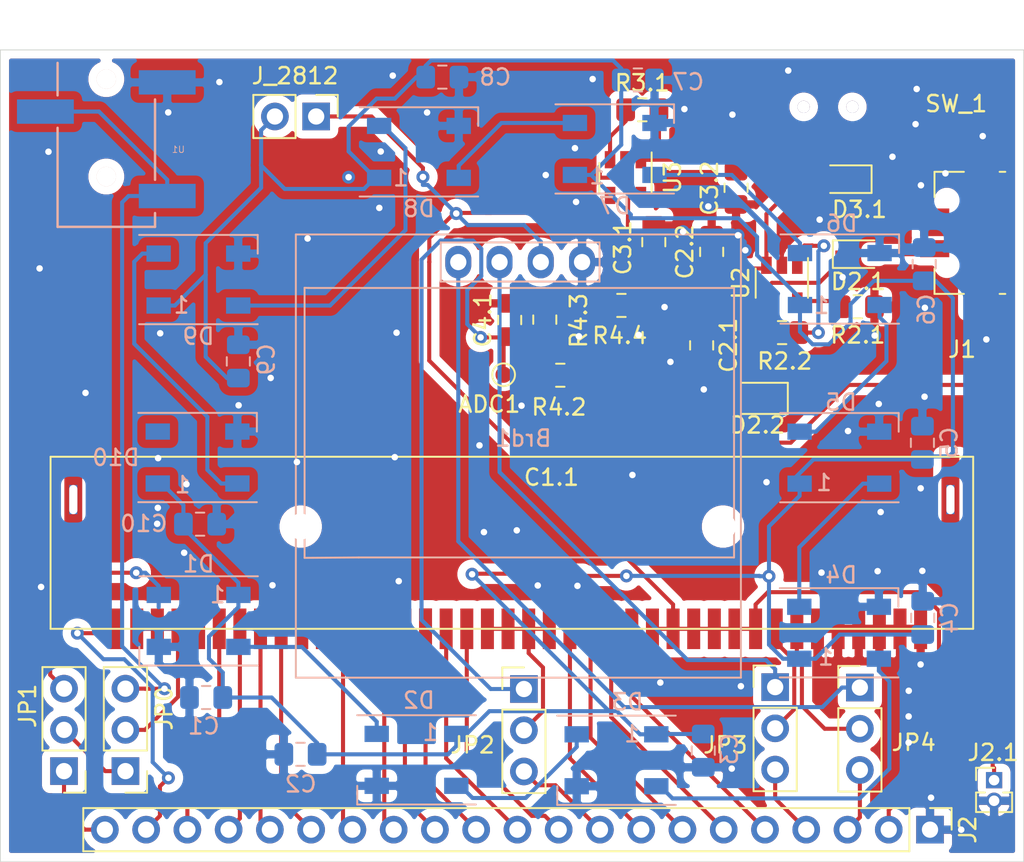
<source format=kicad_pcb>
(kicad_pcb (version 20171130) (host pcbnew 5.1.5-52549c5~84~ubuntu16.04.1)
  (layers (0 F.Cu signal) (31 B.Cu signal) (34 B.Paste user hide) (35 F.Paste user hide) (36 B.SilkS user) (37 F.SilkS user) (38 B.Mask user hide) (39 F.Mask user hide) (44 Edge.Cuts user))
  (net 0 "")
  (net 1 adc_bat)
  (net 2 Vdd)
  (net 3 Vss)
  (net 4 SCL)
  (net 5 SDA)
  (net 6 "Net-(C1.1-Pad34)")
  (net 7 "Net-(C1.1-Pad33)")
  (net 8 P16)
  (net 9 MOSI)
  (net 10 MISO)
  (net 11 SCK)
  (net 12 "Net-(C1.1-Pad19)")
  (net 13 P12)
  (net 14 P11)
  (net 15 P10)
  (net 16 P9)
  (net 17 P8)
  (net 18 P7)
  (net 19 P6)
  (net 20 P5)
  (net 21 P4)
  (net 22 "Net-(C1.1-Pad2)")
  (net 23 P3)
  (net 24 "Net-(C2.1-Pad1)")
  (net 25 Vbat+)
  (net 26 "Net-(C3.2-Pad1)")
  (net 27 "Net-(D1-Pad2)")
  (net 28 LED)
  (net 29 Vin)
  (net 30 "Net-(D2.2-Pad1)")
  (net 31 "Net-(D2-Pad2)")
  (net 32 "Net-(D3-Pad2)")
  (net 33 "Net-(D3.1-Pad1)")
  (net 34 "Net-(D4-Pad2)")
  (net 35 "Net-(D5-Pad2)")
  (net 36 "Net-(D6-Pad2)")
  (net 37 "Net-(D7-Pad2)")
  (net 38 "Net-(D8-Pad2)")
  (net 39 "Net-(D10-Pad4)")
  (net 40 "Net-(D10-Pad2)")
  (net 41 "Net-(J1-Pad6)")
  (net 42 "Net-(J1-Pad4)")
  (net 43 "Net-(J1-Pad3)")
  (net 44 "Net-(J1-Pad2)")
  (net 45 P0)
  (net 46 P2)
  (net 47 P19)
  (net 48 P20)
  (net 49 "Net-(JP0-Pad1)")
  (net 50 "Net-(R2.2-Pad2)")
  (net 51 "Net-(R2.1-Pad1)")
  (net 52 "Net-(R3.1-Pad1)")
  (net 53 "Net-(R4.3-Pad2)")
  (net 54 "Net-(U3-Pad4)")
  (net 55 P1)
  (net 56 "Net-(JP0-Pad3)")
  (net 57 "Net-(C1-Pad1)")
  (module jacks:3.5mm_stereo_jack_PJ320B (layer B.Cu) (at 153.17978 79.99984 180)
    (fp_text reference U1 (at -4.43484 -4.33578) (layer B.SilkS) (effects (font (size 0.39878 0.39878) (thickness 0.0508)) (justify mirror)))
    (fp_text value PJ-320B hide)
    (pad "" np_thru_hole circle (at 0 -6 180) (size 1.2 1.2) (drill 1.2) (layers *.Cu *.Mask B.SilkS))
    (pad 2 smd rect (at -3.75 -7.2 180) (size 3.5 1.5) (layers B.Cu B.Paste B.Mask) (net 56 "Net-(JP0-Pad3)"))
    (pad 3 smd rect (at 3.75 -2 180) (size 3.5 1.5) (layers B.Cu B.Paste B.Mask) (net 56 "Net-(JP0-Pad3)"))
    (pad 1 smd rect (at -3.75 -0.2 180) (size 3.5 1.5) (layers B.Cu B.Paste B.Mask) (net 3 Vss))
    (pad "" np_thru_hole circle (at 0 0 180) (size 1.2 1.2) (drill 1.2) (layers *.Cu *.Mask B.SilkS))
  )
  (module cylconn:cylconn (layer F.Cu) (at 149.74824 103.26116)
    (fp_text reference C1.1 (at 30.8356 1.27) (layer F.SilkS))
    (fp_text value cylconn)
    (pad "" smd rect (at 55.4 2.64) (size 1.1 5.5) (layers F.Cu F.Paste F.Mask))
    (pad "" smd rect (at 1.4 2.64) (size 1.1 5.5) (layers F.Cu F.Paste F.Mask))
    (pad "" np_thru_hole rect (at 55.4 2.64) (size 0.5 1.8) (drill oval 0.5 1.8) (layers *.Cu *.Mask))
    (pad "" np_thru_hole rect (at 1.4 2.64) (size 0.5 1.8) (drill oval 0.5 1.8) (layers *.Cu *.Mask))
    (pad "" np_thru_hole circle (at 41.4 4.3) (size 1.6 1.6) (drill 1.6) (layers *.Cu *.Mask))
    (pad "" np_thru_hole circle (at 15.4 4.3) (size 1.6 1.6) (drill 1.6) (layers *.Cu *.Mask))
    (pad 40 smd rect (at 53.565 10.6) (size 0.8 2.5) (layers F.Cu F.Paste F.Mask) (net 3 Vss))
    (pad 39 smd rect (at 52.295 10.6) (size 0.8 2.5) (layers F.Cu F.Paste F.Mask) (net 3 Vss))
    (pad 38 smd rect (at 51.025 10.6) (size 0.8 2.5) (layers F.Cu F.Paste F.Mask) (net 3 Vss))
    (pad 37 smd rect (at 49.755 10.6) (size 0.8 2.5) (layers F.Cu F.Paste F.Mask) (net 3 Vss))
    (pad 36 smd rect (at 48.485 10.6) (size 0.8 2.5) (layers F.Cu F.Paste F.Mask) (net 3 Vss))
    (pad 35 smd rect (at 47.215 10.6) (size 0.8 2.5) (layers F.Cu F.Paste F.Mask) (net 3 Vss))
    (pad 34 smd rect (at 45.945 10.6) (size 0.8 2.5) (layers F.Cu F.Paste F.Mask) (net 6 "Net-(C1.1-Pad34)"))
    (pad 33 smd rect (at 44.675 10.6) (size 0.8 2.5) (layers F.Cu F.Paste F.Mask) (net 7 "Net-(C1.1-Pad33)"))
    (pad 32 smd rect (at 43.405 10.6) (size 0.8 2.5) (layers F.Cu F.Paste F.Mask) (net 2 Vdd))
    (pad 31 smd rect (at 42.135 10.6) (size 0.8 2.5) (layers F.Cu F.Paste F.Mask) (net 2 Vdd))
    (pad 30 smd rect (at 40.865 10.6) (size 0.8 2.5) (layers F.Cu F.Paste F.Mask) (net 2 Vdd))
    (pad 29 smd rect (at 39.595 10.6) (size 0.8 2.5) (layers F.Cu F.Paste F.Mask) (net 2 Vdd))
    (pad 28 smd rect (at 38.325 10.6) (size 0.8 2.5) (layers F.Cu F.Paste F.Mask) (net 2 Vdd))
    (pad 27 smd rect (at 37.055 10.6) (size 0.8 2.5) (layers F.Cu F.Paste F.Mask) (net 2 Vdd))
    (pad 26 smd rect (at 35.785 10.6) (size 0.8 2.5) (layers F.Cu F.Paste F.Mask) (net 8 P16))
    (pad 25 smd rect (at 34.515 10.6) (size 0.8 2.5) (layers F.Cu F.Paste F.Mask) (net 9 MOSI))
    (pad 24 smd rect (at 33.245 10.6) (size 0.8 2.5) (layers F.Cu F.Paste F.Mask) (net 10 MISO))
    (pad 23 smd rect (at 31.975 10.6) (size 0.8 2.5) (layers F.Cu F.Paste F.Mask) (net 11 SCK))
    (pad 22 smd rect (at 30.705 10.6) (size 0.8 2.5) (layers F.Cu F.Paste F.Mask) (net 12 "Net-(C1.1-Pad19)"))
    (pad 21 smd rect (at 29.435 10.6) (size 0.8 2.5) (layers F.Cu F.Paste F.Mask) (net 12 "Net-(C1.1-Pad19)"))
    (pad 20 smd rect (at 28.165 10.6) (size 0.8 2.5) (layers F.Cu F.Paste F.Mask) (net 12 "Net-(C1.1-Pad19)"))
    (pad 19 smd rect (at 26.895 10.6) (size 0.8 2.5) (layers F.Cu F.Paste F.Mask) (net 12 "Net-(C1.1-Pad19)"))
    (pad 18 smd rect (at 25.625 10.6) (size 0.8 2.5) (layers F.Cu F.Paste F.Mask) (net 13 P12))
    (pad 17 smd rect (at 24.355 10.6) (size 0.8 2.5) (layers F.Cu F.Paste F.Mask) (net 14 P11))
    (pad 16 smd rect (at 23.085 10.5918) (size 0.8 2.5) (layers F.Cu F.Paste F.Mask) (net 15 P10))
    (pad 15 smd rect (at 21.815 10.6) (size 0.8 2.5) (layers F.Cu F.Paste F.Mask) (net 16 P9))
    (pad 14 smd rect (at 20.545 10.6) (size 0.8 2.5) (layers F.Cu F.Paste F.Mask) (net 17 P8))
    (pad 13 smd rect (at 19.275 10.6) (size 0.8 2.5) (layers F.Cu F.Paste F.Mask) (net 55 P1))
    (pad 12 smd rect (at 18.005 10.6) (size 0.8 2.5) (layers F.Cu F.Paste F.Mask) (net 55 P1))
    (pad 11 smd rect (at 16.735 10.6) (size 0.8 2.5) (layers F.Cu F.Paste F.Mask) (net 55 P1))
    (pad 10 smd rect (at 15.465 10.6) (size 0.8 2.5) (layers F.Cu F.Paste F.Mask) (net 55 P1))
    (pad 9 smd rect (at 14.195 10.6) (size 0.8 2.5) (layers F.Cu F.Paste F.Mask) (net 18 P7))
    (pad 8 smd rect (at 12.925 10.6) (size 0.8 2.5) (layers F.Cu F.Paste F.Mask) (net 19 P6))
    (pad 7 smd rect (at 11.655 10.6) (size 0.8 2.5) (layers F.Cu F.Paste F.Mask) (net 20 P5))
    (pad 6 smd rect (at 10.385 10.6) (size 0.8 2.5) (layers F.Cu F.Paste F.Mask) (net 21 P4))
    (pad 5 smd rect (at 9.115 10.6) (size 0.8 2.5) (layers F.Cu F.Paste F.Mask) (net 22 "Net-(C1.1-Pad2)"))
    (pad 4 smd rect (at 7.845 10.6) (size 0.8 2.5) (layers F.Cu F.Paste F.Mask) (net 22 "Net-(C1.1-Pad2)"))
    (pad 3 smd rect (at 6.575 10.6) (size 0.8 2.5) (layers F.Cu F.Paste F.Mask) (net 22 "Net-(C1.1-Pad2)"))
    (pad 2 smd rect (at 5.305 10.6) (size 0.8 2.5) (layers F.Cu F.Paste F.Mask) (net 22 "Net-(C1.1-Pad2)"))
    (pad 1 smd rect (at 4.035 10.6) (size 0.8 2.5) (layers F.Cu F.Paste F.Mask) (net 23 P3))
  )
  (module LED_SMD:LED_WS2812B_PLCC4_5.0x5.0mm_P3.2mm (layer B.Cu) (at 158.86176 113.3729 180)
    (fp_text reference D1 (at 0 3.5) (layer B.SilkS) (effects (justify mirror)))
    (fp_text value WS2812B)
    (fp_text user 1 (at -1.17348 1.60274) (layer B.SilkS) (effects (justify mirror)))
    (pad 1 smd rect (at -2.45 1.6 180) (size 1.5 1) (layers B.Cu B.Paste B.Mask) (net 57 "Net-(C1-Pad1)"))
    (pad 2 smd rect (at -2.45 -1.6 180) (size 1.5 1) (layers B.Cu B.Paste B.Mask) (net 27 "Net-(D1-Pad2)"))
    (pad 4 smd rect (at 2.45 1.6 180) (size 1.5 1) (layers B.Cu B.Paste B.Mask) (net 28 LED))
    (pad 3 smd rect (at 2.45 -1.6 180) (size 1.5 1) (layers B.Cu B.Paste B.Mask) (net 3 Vss))
  )
  (module SSD1306:128x64OLED (layer B.Cu) (at 178.84902 101.86924 180)
    (fp_text reference Brd1 (at 0 -0.254) (layer B.SilkS) (effects (justify mirror)))
    (fp_text value SSD1306)
    (pad 2 thru_hole oval (at -1.08 10.6 90) (size 2 1.6) (drill 1) (layers *.Cu *.Mask) (net 2 Vdd))
    (pad 1 thru_hole oval (at -3.62 10.6 90) (size 2 1.6) (drill 1) (layers *.Cu *.Mask) (net 3 Vss))
    (pad 3 thru_hole oval (at 1.46 10.6 90) (size 2 1.6) (drill 1) (layers *.Cu *.Mask) (net 4 SCL))
    (pad 4 thru_hole oval (at 4 10.6 90) (size 2 1.6) (drill 1) (layers *.Cu *.Mask) (net 5 SDA))
  )
  (module Connector_PinHeader_2.54mm:PinHeader_1x21_P2.54mm_Vertical (layer F.Cu) (at 203.89088 126.23292 270)
    (fp_text reference J2 (at 0 -2.33 90) (layer F.SilkS))
    (fp_text value Conn_01x20_Male)
    (pad 21 thru_hole oval (at 0 50.8 270) (size 1.7 1.7) (drill 1) (layers *.Cu *.Mask) (net 45 P0))
    (pad 20 thru_hole oval (at 0 48.26 270) (size 1.7 1.7) (drill 1) (layers *.Cu *.Mask) (net 23 P3))
    (pad 19 thru_hole oval (at 0 45.72 270) (size 1.7 1.7) (drill 1) (layers *.Cu *.Mask) (net 21 P4))
    (pad 18 thru_hole oval (at 0 43.18 270) (size 1.7 1.7) (drill 1) (layers *.Cu *.Mask) (net 20 P5))
    (pad 17 thru_hole oval (at 0 40.64 270) (size 1.7 1.7) (drill 1) (layers *.Cu *.Mask) (net 19 P6))
    (pad 16 thru_hole oval (at 0 38.1 270) (size 1.7 1.7) (drill 1) (layers *.Cu *.Mask) (net 18 P7))
    (pad 15 thru_hole oval (at 0 35.56 270) (size 1.7 1.7) (drill 1) (layers *.Cu *.Mask) (net 55 P1))
    (pad 14 thru_hole oval (at 0 33.02 270) (size 1.7 1.7) (drill 1) (layers *.Cu *.Mask) (net 17 P8))
    (pad 13 thru_hole oval (at 0 30.48 270) (size 1.7 1.7) (drill 1) (layers *.Cu *.Mask) (net 16 P9))
    (pad 12 thru_hole oval (at 0 27.94 270) (size 1.7 1.7) (drill 1) (layers *.Cu *.Mask) (net 15 P10))
    (pad 11 thru_hole oval (at 0 25.4 270) (size 1.7 1.7) (drill 1) (layers *.Cu *.Mask) (net 14 P11))
    (pad 10 thru_hole oval (at 0 22.86 270) (size 1.7 1.7) (drill 1) (layers *.Cu *.Mask) (net 13 P12))
    (pad 9 thru_hole oval (at 0 20.32 270) (size 1.7 1.7) (drill 1) (layers *.Cu *.Mask) (net 46 P2))
    (pad 8 thru_hole oval (at 0 17.78 270) (size 1.7 1.7) (drill 1) (layers *.Cu *.Mask) (net 11 SCK))
    (pad 7 thru_hole oval (at 0 15.24 270) (size 1.7 1.7) (drill 1) (layers *.Cu *.Mask) (net 10 MISO))
    (pad 6 thru_hole oval (at 0 12.7 270) (size 1.7 1.7) (drill 1) (layers *.Cu *.Mask) (net 9 MOSI))
    (pad 5 thru_hole oval (at 0 10.16 270) (size 1.7 1.7) (drill 1) (layers *.Cu *.Mask) (net 8 P16))
    (pad 4 thru_hole oval (at 0 7.62 270) (size 1.7 1.7) (drill 1) (layers *.Cu *.Mask) (net 47 P19))
    (pad 3 thru_hole oval (at 0 5.08 270) (size 1.7 1.7) (drill 1) (layers *.Cu *.Mask) (net 48 P20))
    (pad 2 thru_hole oval (at 0 2.54 270) (size 1.7 1.7) (drill 1) (layers *.Cu *.Mask) (net 2 Vdd))
    (pad 1 thru_hole rect (at 0 0 270) (size 1.7 1.7) (drill 1) (layers *.Cu *.Mask) (net 3 Vss))
  )
  (module Package_TO_SOT_SMD:SOT-23-5 (layer F.Cu) (at 185.14314 86.06282 270)
    (fp_text reference U3 (at 0 -2.9 90) (layer F.SilkS))
    (fp_text value AP2112K-3.3)
    (pad 5 smd rect (at 1.1 -0.95 270) (size 1.06 0.65) (layers F.Cu F.Paste F.Mask) (net 2 Vdd))
    (pad 4 smd rect (at 1.1 0.95 270) (size 1.06 0.65) (layers F.Cu F.Paste F.Mask) (net 54 "Net-(U3-Pad4)"))
    (pad 3 smd rect (at -1.1 0.95 270) (size 1.06 0.65) (layers F.Cu F.Paste F.Mask) (net 52 "Net-(R3.1-Pad1)"))
    (pad 2 smd rect (at -1.1 0 270) (size 1.06 0.65) (layers F.Cu F.Paste F.Mask) (net 3 Vss))
    (pad 1 smd rect (at -1.1 -0.95 270) (size 1.06 0.65) (layers F.Cu F.Paste F.Mask) (net 26 "Net-(C3.2-Pad1)"))
  )
  (module Package_TO_SOT_SMD:SOT-23-5 (layer F.Cu) (at 194.76974 92.56776 270)
    (fp_text reference U2 (at 0 2.53492 90) (layer F.SilkS))
    (fp_text value MCP73831-2-OT)
    (pad 5 smd rect (at 1.1 -0.95 270) (size 1.06 0.65) (layers F.Cu F.Paste F.Mask) (net 51 "Net-(R2.1-Pad1)"))
    (pad 4 smd rect (at 1.1 0.95 270) (size 1.06 0.65) (layers F.Cu F.Paste F.Mask) (net 24 "Net-(C2.1-Pad1)"))
    (pad 3 smd rect (at -1.1 0.95 270) (size 1.06 0.65) (layers F.Cu F.Paste F.Mask) (net 25 Vbat+))
    (pad 2 smd rect (at -1.1 0 270) (size 1.06 0.65) (layers F.Cu F.Paste F.Mask) (net 3 Vss))
    (pad 1 smd rect (at -1.1 -0.95 270) (size 1.06 0.65) (layers F.Cu F.Paste F.Mask) (net 50 "Net-(R2.2-Pad2)"))
  )
  (module Kicad_designs:sw_slide_7x3 (layer F.Cu) (at 197.612 81.70672 180)
    (fp_text reference SW_1 (at -7.89178 0.18796) (layer F.SilkS))
    (fp_text value SW_DPST_x2)
    (pad 4 smd rect (at 3.85 1.1 180) (size 0.9 0.9) (layers F.Cu F.Paste F.Mask))
    (pad 4 smd rect (at 3.85 -1.1 180) (size 0.9 0.9) (layers F.Cu F.Paste F.Mask))
    (pad 4 smd rect (at -3.85 1.1 180) (size 0.9 0.9) (layers F.Cu F.Paste F.Mask))
    (pad 4 smd rect (at -3.85 -1.1 180) (size 0.9 0.9) (layers F.Cu F.Paste F.Mask))
    (pad 3 smd rect (at 2.25 -2.05 180) (size 0.9 1.25) (layers F.Cu F.Paste F.Mask))
    (pad 2 smd rect (at 0.75 -2.05 180) (size 0.9 1.25) (layers F.Cu F.Paste F.Mask) (net 26 "Net-(C3.2-Pad1)"))
    (pad 1 smd rect (at -2.25 -2.05 180) (size 0.9 1.25) (layers F.Cu F.Paste F.Mask) (net 33 "Net-(D3.1-Pad1)"))
    (pad ~ thru_hole circle (at -1.5 0 180) (size 0.75 0.75) (drill 0.75) (layers *.Cu *.Mask))
    (pad ~ thru_hole circle (at 1.5 0 180) (size 0.75 0.75) (drill 0.75) (layers *.Cu *.Mask))
  )
  (module Resistor_SMD:R_0805_2012Metric_Pad1.15x1.40mm_HandSolder (layer F.Cu) (at 181.12994 98.23958 180)
    (fp_text reference R4.2 (at 0.08128 -1.96596) (layer F.SilkS))
    (fp_text value 800k)
    (pad 2 smd roundrect (at 1.025 0 180) (size 1.15 1.4) (layers F.Cu F.Paste F.Mask) (roundrect_rratio 0.217391) (net 1 adc_bat))
    (pad 1 smd roundrect (at -1.025 0 180) (size 1.15 1.4) (layers F.Cu F.Paste F.Mask) (roundrect_rratio 0.217391) (net 25 Vbat+))
  )
  (module Resistor_SMD:R_0805_2012Metric_Pad1.15x1.40mm_HandSolder (layer F.Cu) (at 180.1749 94.8145 90)
    (fp_text reference R4.3 (at -0.05958 2.08534 90) (layer F.SilkS))
    (fp_text value 1M)
    (pad 2 smd roundrect (at 1.025 0 90) (size 1.15 1.4) (layers F.Cu F.Paste F.Mask) (roundrect_rratio 0.217391) (net 53 "Net-(R4.3-Pad2)"))
    (pad 1 smd roundrect (at -1.025 0 90) (size 1.15 1.4) (layers F.Cu F.Paste F.Mask) (roundrect_rratio 0.217391) (net 1 adc_bat))
  )
  (module Resistor_SMD:R_0805_2012Metric_Pad1.15x1.40mm_HandSolder (layer F.Cu) (at 184.89284 93.93936)
    (fp_text reference R4.4 (at -0.10276 1.85928) (layer F.SilkS))
    (fp_text value 1M)
    (pad 2 smd roundrect (at 1.025 0) (size 1.15 1.4) (layers F.Cu F.Paste F.Mask) (roundrect_rratio 0.217391) (net 3 Vss))
    (pad 1 smd roundrect (at -1.025 0) (size 1.15 1.4) (layers F.Cu F.Paste F.Mask) (roundrect_rratio 0.217391) (net 53 "Net-(R4.3-Pad2)"))
  )
  (module Resistor_SMD:R_0805_2012Metric_Pad1.15x1.40mm_HandSolder (layer F.Cu) (at 186.17946 81.88706)
    (fp_text reference R3.1 (at 0 -1.65) (layer F.SilkS))
    (fp_text value 10K)
    (pad 2 smd roundrect (at 1.025 0) (size 1.15 1.4) (layers F.Cu F.Paste F.Mask) (roundrect_rratio 0.217391) (net 26 "Net-(C3.2-Pad1)"))
    (pad 1 smd roundrect (at -1.025 0) (size 1.15 1.4) (layers F.Cu F.Paste F.Mask) (roundrect_rratio 0.217391) (net 52 "Net-(R3.1-Pad1)"))
  )
  (module Resistor_SMD:R_0805_2012Metric_Pad1.15x1.40mm_HandSolder (layer F.Cu) (at 199.44704 94.0181)
    (fp_text reference R2.1 (at 0 1.7526) (layer F.SilkS))
    (fp_text value 10K)
    (pad 2 smd roundrect (at 1.025 0) (size 1.15 1.4) (layers F.Cu F.Paste F.Mask) (roundrect_rratio 0.217391) (net 3 Vss))
    (pad 1 smd roundrect (at -1.025 0) (size 1.15 1.4) (layers F.Cu F.Paste F.Mask) (roundrect_rratio 0.217391) (net 51 "Net-(R2.1-Pad1)"))
  )
  (module Resistor_SMD:R_0805_2012Metric_Pad1.15x1.40mm_HandSolder (layer F.Cu) (at 194.78498 95.61322)
    (fp_text reference R2.2 (at 0.16002 1.76276) (layer F.SilkS))
    (fp_text value 470)
    (pad 2 smd roundrect (at 1.025 0) (size 1.15 1.4) (layers F.Cu F.Paste F.Mask) (roundrect_rratio 0.217391) (net 50 "Net-(R2.2-Pad2)"))
    (pad 1 smd roundrect (at -1.025 0) (size 1.15 1.4) (layers F.Cu F.Paste F.Mask) (roundrect_rratio 0.217391) (net 30 "Net-(D2.2-Pad1)"))
  )
  (module Connector_PinHeader_2.54mm:PinHeader_1x03_P2.54mm_Vertical (layer F.Cu) (at 199.57288 117.47754)
    (fp_text reference JP4 (at 3.3147 3.38836) (layer F.SilkS))
    (fp_text value Jumper_NC_Dual)
    (pad 3 thru_hole oval (at 0 5.08) (size 1.7 1.7) (drill 1) (layers *.Cu *.Mask) (net 48 P20))
    (pad 2 thru_hole oval (at 0 2.54) (size 1.7 1.7) (drill 1) (layers *.Cu *.Mask) (net 6 "Net-(C1.1-Pad34)"))
    (pad 1 thru_hole rect (at 0 0) (size 1.7 1.7) (drill 1) (layers *.Cu *.Mask) (net 5 SDA))
  )
  (module Connector_PinHeader_2.54mm:PinHeader_1x03_P2.54mm_Vertical (layer F.Cu) (at 194.35826 117.45214)
    (fp_text reference JP3 (at -3.06578 3.5687) (layer F.SilkS))
    (fp_text value Jumper_NC_Dual)
    (pad 3 thru_hole oval (at 0 5.08) (size 1.7 1.7) (drill 1) (layers *.Cu *.Mask) (net 47 P19))
    (pad 2 thru_hole oval (at 0 2.54) (size 1.7 1.7) (drill 1) (layers *.Cu *.Mask) (net 7 "Net-(C1.1-Pad33)"))
    (pad 1 thru_hole rect (at 0 0) (size 1.7 1.7) (drill 1) (layers *.Cu *.Mask) (net 4 SCL))
  )
  (module Connector_PinHeader_2.54mm:PinHeader_1x03_P2.54mm_Vertical (layer F.Cu) (at 178.88966 117.56898)
    (fp_text reference JP2 (at -3.15976 3.45186) (layer F.SilkS))
    (fp_text value Jumper_NC_Dual)
    (pad 3 thru_hole oval (at 0 5.08) (size 1.7 1.7) (drill 1) (layers *.Cu *.Mask) (net 46 P2))
    (pad 2 thru_hole oval (at 0 2.54) (size 1.7 1.7) (drill 1) (layers *.Cu *.Mask) (net 12 "Net-(C1.1-Pad19)"))
    (pad 1 thru_hole rect (at 0 0) (size 1.7 1.7) (drill 1) (layers *.Cu *.Mask) (net 1 adc_bat))
  )
  (module Connector_PinHeader_2.54mm:PinHeader_1x03_P2.54mm_Vertical (layer F.Cu) (at 150.57628 122.62612 180)
    (fp_text reference JP1 (at 2.23774 4.01828 90) (layer F.SilkS))
    (fp_text value Jumper_NC_Dual)
    (pad 3 thru_hole oval (at 0 5.08 180) (size 1.7 1.7) (drill 1) (layers *.Cu *.Mask) (net 28 LED))
    (pad 2 thru_hole oval (at 0 2.54 180) (size 1.7 1.7) (drill 1) (layers *.Cu *.Mask) (net 49 "Net-(JP0-Pad1)"))
    (pad 1 thru_hole rect (at 0 0 180) (size 1.7 1.7) (drill 1) (layers *.Cu *.Mask) (net 45 P0))
  )
  (module Connector_PinHeader_2.54mm:PinHeader_1x03_P2.54mm_Vertical (layer F.Cu) (at 154.35834 122.62612 180)
    (fp_text reference JP0 (at -2.38506 3.86334 270) (layer F.SilkS))
    (fp_text value Jumper_NC_Dual)
    (pad 3 thru_hole oval (at 0 5.08 180) (size 1.7 1.7) (drill 1) (layers *.Cu *.Mask) (net 56 "Net-(JP0-Pad3)"))
    (pad 2 thru_hole oval (at 0 2.54 180) (size 1.7 1.7) (drill 1) (layers *.Cu *.Mask) (net 22 "Net-(C1.1-Pad2)"))
    (pad 1 thru_hole rect (at 0 0 180) (size 1.7 1.7) (drill 1) (layers *.Cu *.Mask) (net 49 "Net-(JP0-Pad1)"))
  )
  (module Connector_PinHeader_1.27mm:PinHeader_1x02_P1.27mm_Vertical (layer F.Cu) (at 207.8355 123.18238)
    (fp_text reference J2.1 (at -0.0635 -1.69926) (layer F.SilkS))
    (fp_text value battery)
    (pad 2 thru_hole oval (at 0 1.27) (size 1 1) (drill 0.65) (layers *.Cu *.Mask) (net 3 Vss))
    (pad 1 thru_hole rect (at 0 0) (size 1 1) (drill 0.65) (layers *.Cu *.Mask) (net 25 Vbat+))
  )
  (module MicroUSB:USB_Micro-B_Unknown_5s_SMT (layer F.Cu) (at 204.77734 89.46896 90)
    (fp_text reference J1 (at -7.17804 1.08712 180) (layer F.SilkS))
    (fp_text value USB_B_Micro)
    (pad 6 smd rect (at -1.2 2.3 90) (size 1.9 1.9) (layers F.Cu F.Paste F.Mask) (net 41 "Net-(J1-Pad6)"))
    (pad 6 smd rect (at 1.2 2.3 90) (size 1.9 1.9) (layers F.Cu F.Paste F.Mask) (net 41 "Net-(J1-Pad6)"))
    (pad 6 smd rect (at 3.95 2.3 90) (size 1.9 1.9) (layers F.Cu F.Paste F.Mask) (net 41 "Net-(J1-Pad6)"))
    (pad 6 smd rect (at -3.95 2.3 90) (size 1.9 1.9) (layers F.Cu F.Paste F.Mask) (net 41 "Net-(J1-Pad6)"))
    (pad "" np_thru_hole circle (at 2 0.15 90) (size 0.55 0.55) (drill 0.55) (layers *.Cu *.Mask))
    (pad "" np_thru_hole circle (at -2 0.15 90) (size 0.55 0.55) (drill 0.55) (layers *.Cu *.Mask))
    (pad 5 smd rect (at 1.3 -0.6 90) (size 0.4 1.8) (layers F.Cu F.Paste F.Mask) (net 3 Vss))
    (pad 4 smd rect (at 0.65 -0.6 90) (size 0.4 1.8) (layers F.Cu F.Paste F.Mask) (net 42 "Net-(J1-Pad4)"))
    (pad 3 smd rect (at 0 -0.6 90) (size 0.4 1.8) (layers F.Cu F.Paste F.Mask) (net 43 "Net-(J1-Pad3)"))
    (pad 1 smd rect (at -1.3 -0.6 90) (size 0.4 1.8) (layers F.Cu F.Paste F.Mask) (net 29 Vin))
    (pad 2 smd rect (at -0.65 -0.6 90) (size 0.4 1.8) (layers F.Cu F.Paste F.Mask) (net 44 "Net-(J1-Pad2)"))
  )
  (module LED_SMD:LED_WS2812B_PLCC4_5.0x5.0mm_P3.2mm (layer B.Cu) (at 158.79826 103.30942)
    (fp_text reference D10 (at -5.02666 0.00254) (layer B.SilkS) (effects (justify mirror)))
    (fp_text value WS2812B)
    (fp_text user 1 (at -0.92202 1.68402) (layer B.SilkS) (effects (justify mirror)))
    (pad 1 smd rect (at -2.45 1.6) (size 1.5 1) (layers B.Cu B.Paste B.Mask) (net 57 "Net-(C1-Pad1)"))
    (pad 2 smd rect (at -2.45 -1.6) (size 1.5 1) (layers B.Cu B.Paste B.Mask) (net 40 "Net-(D10-Pad2)"))
    (pad 4 smd rect (at 2.45 1.6) (size 1.5 1) (layers B.Cu B.Paste B.Mask) (net 39 "Net-(D10-Pad4)"))
    (pad 3 smd rect (at 2.45 -1.6) (size 1.5 1) (layers B.Cu B.Paste B.Mask) (net 3 Vss))
  )
  (module LED_SMD:LED_WS2812B_PLCC4_5.0x5.0mm_P3.2mm (layer B.Cu) (at 158.8516 92.34678)
    (fp_text reference D9 (at 0 3.5) (layer B.SilkS) (effects (justify mirror)))
    (fp_text value WS2812B)
    (fp_text user 1 (at -1.04394 1.57988) (layer B.SilkS) (effects (justify mirror)))
    (pad 1 smd rect (at -2.45 1.6) (size 1.5 1) (layers B.Cu B.Paste B.Mask) (net 57 "Net-(C1-Pad1)"))
    (pad 2 smd rect (at -2.45 -1.6) (size 1.5 1) (layers B.Cu B.Paste B.Mask) (net 39 "Net-(D10-Pad4)"))
    (pad 4 smd rect (at 2.45 1.6) (size 1.5 1) (layers B.Cu B.Paste B.Mask) (net 38 "Net-(D8-Pad2)"))
    (pad 3 smd rect (at 2.45 -1.6) (size 1.5 1) (layers B.Cu B.Paste B.Mask) (net 3 Vss))
  )
  (module LED_SMD:LED_WS2812B_PLCC4_5.0x5.0mm_P3.2mm (layer B.Cu) (at 172.42536 84.4804)
    (fp_text reference D8 (at 0 3.5) (layer B.SilkS) (effects (justify mirror)))
    (fp_text value WS2812B)
    (fp_text user 1 (at -1.10744 1.61036) (layer B.SilkS) (effects (justify mirror)))
    (pad 1 smd rect (at -2.45 1.6) (size 1.5 1) (layers B.Cu B.Paste B.Mask) (net 57 "Net-(C1-Pad1)"))
    (pad 2 smd rect (at -2.45 -1.6) (size 1.5 1) (layers B.Cu B.Paste B.Mask) (net 38 "Net-(D8-Pad2)"))
    (pad 4 smd rect (at 2.45 1.6) (size 1.5 1) (layers B.Cu B.Paste B.Mask) (net 37 "Net-(D7-Pad2)"))
    (pad 3 smd rect (at 2.45 -1.6) (size 1.5 1) (layers B.Cu B.Paste B.Mask) (net 3 Vss))
  )
  (module LED_SMD:LED_WS2812B_PLCC4_5.0x5.0mm_P3.2mm (layer B.Cu) (at 184.4802 84.30006)
    (fp_text reference D7 (at 0 3.5) (layer B.SilkS) (effects (justify mirror)))
    (fp_text value WS2812B)
    (fp_text user 1 (at -1.08712 1.6637) (layer B.SilkS) (effects (justify mirror)))
    (pad 1 smd rect (at -2.45 1.6) (size 1.5 1) (layers B.Cu B.Paste B.Mask) (net 57 "Net-(C1-Pad1)"))
    (pad 2 smd rect (at -2.45 -1.6) (size 1.5 1) (layers B.Cu B.Paste B.Mask) (net 37 "Net-(D7-Pad2)"))
    (pad 4 smd rect (at 2.45 1.6) (size 1.5 1) (layers B.Cu B.Paste B.Mask) (net 36 "Net-(D6-Pad2)"))
    (pad 3 smd rect (at 2.45 -1.6) (size 1.5 1) (layers B.Cu B.Paste B.Mask) (net 3 Vss))
  )
  (module LED_SMD:LED_WS2812B_PLCC4_5.0x5.0mm_P3.2mm (layer B.Cu) (at 198.3359 92.31376)
    (fp_text reference D6 (at 0.11176 -3.42392) (layer B.SilkS) (effects (justify mirror)))
    (fp_text value WS2812B)
    (fp_text user 1 (at -1.12268 1.63322) (layer B.SilkS) (effects (justify mirror)))
    (pad 1 smd rect (at -2.45 1.6) (size 1.5 1) (layers B.Cu B.Paste B.Mask) (net 57 "Net-(C1-Pad1)"))
    (pad 2 smd rect (at -2.45 -1.6) (size 1.5 1) (layers B.Cu B.Paste B.Mask) (net 36 "Net-(D6-Pad2)"))
    (pad 4 smd rect (at 2.45 1.6) (size 1.5 1) (layers B.Cu B.Paste B.Mask) (net 35 "Net-(D5-Pad2)"))
    (pad 3 smd rect (at 2.45 -1.6) (size 1.5 1) (layers B.Cu B.Paste B.Mask) (net 3 Vss))
  )
  (module LED_SMD:LED_WS2812B_PLCC4_5.0x5.0mm_P3.2mm (layer B.Cu) (at 198.31304 103.31704)
    (fp_text reference D5 (at 0.09398 -3.40868) (layer B.SilkS) (effects (justify mirror)))
    (fp_text value WS2812B)
    (fp_text user 1 (at -0.94996 1.54178) (layer B.SilkS) (effects (justify mirror)))
    (pad 1 smd rect (at -2.45 1.6) (size 1.5 1) (layers B.Cu B.Paste B.Mask) (net 57 "Net-(C1-Pad1)"))
    (pad 2 smd rect (at -2.45 -1.6) (size 1.5 1) (layers B.Cu B.Paste B.Mask) (net 35 "Net-(D5-Pad2)"))
    (pad 4 smd rect (at 2.45 1.6) (size 1.5 1) (layers B.Cu B.Paste B.Mask) (net 34 "Net-(D4-Pad2)"))
    (pad 3 smd rect (at 2.45 -1.6) (size 1.5 1) (layers B.Cu B.Paste B.Mask) (net 3 Vss))
  )
  (module LED_SMD:LED_WS2812B_PLCC4_5.0x5.0mm_P3.2mm (layer B.Cu) (at 198.29272 114.10442)
    (fp_text reference D4 (at 0.13208 -3.55346) (layer B.SilkS) (effects (justify mirror)))
    (fp_text value WS2812B)
    (fp_text user 1 (at -0.81534 1.50368) (layer B.SilkS) (effects (justify mirror)))
    (pad 1 smd rect (at -2.45 1.6) (size 1.5 1) (layers B.Cu B.Paste B.Mask) (net 57 "Net-(C1-Pad1)"))
    (pad 2 smd rect (at -2.45 -1.6) (size 1.5 1) (layers B.Cu B.Paste B.Mask) (net 34 "Net-(D4-Pad2)"))
    (pad 4 smd rect (at 2.45 1.6) (size 1.5 1) (layers B.Cu B.Paste B.Mask) (net 32 "Net-(D3-Pad2)"))
    (pad 3 smd rect (at 2.45 -1.6) (size 1.5 1) (layers B.Cu B.Paste B.Mask) (net 3 Vss))
  )
  (module Diode_SMD:D_SOD-323 (layer F.Cu) (at 198.79564 86.16188 180)
    (fp_text reference D3.1 (at -0.7493 -1.87198) (layer F.SilkS))
    (fp_text value BAT60A)
    (pad 2 smd rect (at 1.05 0 180) (size 0.6 0.45) (layers F.Cu F.Paste F.Mask) (net 25 Vbat+))
    (pad 1 smd rect (at -1.05 0 180) (size 0.6 0.45) (layers F.Cu F.Paste F.Mask) (net 33 "Net-(D3.1-Pad1)"))
  )
  (module LED_SMD:LED_WS2812B_PLCC4_5.0x5.0mm_P3.2mm (layer B.Cu) (at 184.58942 121.9581 180)
    (fp_text reference D3 (at -0.67564 3.5941) (layer B.SilkS) (effects (justify mirror)))
    (fp_text value WS2812B)
    (fp_text user 1 (at -0.95504 1.61798) (layer B.SilkS) (effects (justify mirror)))
    (pad 1 smd rect (at -2.45 1.6 180) (size 1.5 1) (layers B.Cu B.Paste B.Mask) (net 57 "Net-(C1-Pad1)"))
    (pad 2 smd rect (at -2.45 -1.6 180) (size 1.5 1) (layers B.Cu B.Paste B.Mask) (net 32 "Net-(D3-Pad2)"))
    (pad 4 smd rect (at 2.45 1.6 180) (size 1.5 1) (layers B.Cu B.Paste B.Mask) (net 31 "Net-(D2-Pad2)"))
    (pad 3 smd rect (at 2.45 -1.6 180) (size 1.5 1) (layers B.Cu B.Paste B.Mask) (net 3 Vss))
  )
  (module LED_SMD:LED_WS2812B_PLCC4_5.0x5.0mm_P3.2mm (layer B.Cu) (at 172.27804 121.9327 180)
    (fp_text reference D2 (at -0.14478 3.66522 180) (layer B.SilkS) (effects (justify mirror)))
    (fp_text value WS2812B)
    (fp_text user 1 (at -0.85344 1.68148) (layer B.SilkS) (effects (justify mirror)))
    (pad 1 smd rect (at -2.45 1.6 180) (size 1.5 1) (layers B.Cu B.Paste B.Mask) (net 57 "Net-(C1-Pad1)"))
    (pad 2 smd rect (at -2.45 -1.6 180) (size 1.5 1) (layers B.Cu B.Paste B.Mask) (net 31 "Net-(D2-Pad2)"))
    (pad 4 smd rect (at 2.45 1.6 180) (size 1.5 1) (layers B.Cu B.Paste B.Mask) (net 27 "Net-(D1-Pad2)"))
    (pad 3 smd rect (at 2.45 -1.6 180) (size 1.5 1) (layers B.Cu B.Paste B.Mask) (net 3 Vss))
  )
  (module LED_SMD:LED_0805_2012Metric_Pad1.15x1.40mm_HandSolder (layer F.Cu) (at 193.27738 99.66452 180)
    (fp_text reference D2.2 (at 0 -1.65) (layer F.SilkS))
    (fp_text value LED)
    (pad 2 smd roundrect (at 1.025 0 180) (size 1.15 1.4) (layers F.Cu F.Paste F.Mask) (roundrect_rratio 0.217391) (net 24 "Net-(C2.1-Pad1)"))
    (pad 1 smd roundrect (at -1.025 0 180) (size 1.15 1.4) (layers F.Cu F.Paste F.Mask) (roundrect_rratio 0.217391) (net 30 "Net-(D2.2-Pad1)"))
  )
  (module Diode_SMD:D_SOD-323 (layer F.Cu) (at 199.41032 90.78214)
    (fp_text reference D2.1 (at 0.06604 1.69164) (layer F.SilkS))
    (fp_text value BAT60A)
    (pad 2 smd rect (at 1.05 0) (size 0.6 0.45) (layers F.Cu F.Paste F.Mask) (net 29 Vin))
    (pad 1 smd rect (at -1.05 0) (size 0.6 0.45) (layers F.Cu F.Paste F.Mask) (net 24 "Net-(C2.1-Pad1)"))
  )
  (module Capacitor_SMD:C_0805_2012Metric_Pad1.15x1.40mm_HandSolder (layer B.Cu) (at 158.95066 107.41406 180)
    (fp_text reference C10 (at 3.46202 0.03302) (layer B.SilkS) (effects (justify mirror)))
    (fp_text value 0.1uF)
    (pad 2 smd roundrect (at 1.025 0 180) (size 1.15 1.4) (layers B.Cu B.Paste B.Mask) (roundrect_rratio 0.217391) (net 57 "Net-(C1-Pad1)"))
    (pad 1 smd roundrect (at -1.025 0 180) (size 1.15 1.4) (layers B.Cu B.Paste B.Mask) (roundrect_rratio 0.217391) (net 3 Vss))
  )
  (module Capacitor_SMD:C_0805_2012Metric_Pad1.15x1.40mm_HandSolder (layer B.Cu) (at 161.30778 97.38752 270)
    (fp_text reference C9 (at -0.12076 -1.7272 90) (layer B.SilkS) (effects (justify mirror)))
    (fp_text value 0.1uF)
    (pad 2 smd roundrect (at 1.025 0 270) (size 1.15 1.4) (layers B.Cu B.Paste B.Mask) (roundrect_rratio 0.217391) (net 57 "Net-(C1-Pad1)"))
    (pad 1 smd roundrect (at -1.025 0 270) (size 1.15 1.4) (layers B.Cu B.Paste B.Mask) (roundrect_rratio 0.217391) (net 3 Vss))
  )
  (module Capacitor_SMD:C_0805_2012Metric_Pad1.15x1.40mm_HandSolder (layer B.Cu) (at 173.86808 79.87538 180)
    (fp_text reference C8 (at -3.25882 0) (layer B.SilkS) (effects (justify mirror)))
    (fp_text value 0.1uF)
    (pad 2 smd roundrect (at 1.025 0 180) (size 1.15 1.4) (layers B.Cu B.Paste B.Mask) (roundrect_rratio 0.217391) (net 57 "Net-(C1-Pad1)"))
    (pad 1 smd roundrect (at -1.025 0 180) (size 1.15 1.4) (layers B.Cu B.Paste B.Mask) (roundrect_rratio 0.217391) (net 3 Vss))
  )
  (module Capacitor_SMD:C_0805_2012Metric_Pad1.15x1.40mm_HandSolder (layer B.Cu) (at 185.90652 80.05064 180)
    (fp_text reference C7 (at -3.09742 -0.12192) (layer B.SilkS) (effects (justify mirror)))
    (fp_text value 0.1uF)
    (pad 2 smd roundrect (at 1.025 0 180) (size 1.15 1.4) (layers B.Cu B.Paste B.Mask) (roundrect_rratio 0.217391) (net 57 "Net-(C1-Pad1)"))
    (pad 1 smd roundrect (at -1.025 0 180) (size 1.15 1.4) (layers B.Cu B.Paste B.Mask) (roundrect_rratio 0.217391) (net 3 Vss))
  )
  (module Capacitor_SMD:C_0805_2012Metric_Pad1.15x1.40mm_HandSolder (layer B.Cu) (at 203.53274 91.39682 270)
    (fp_text reference C6 (at 2.79654 -0.13716 90) (layer B.SilkS) (effects (justify mirror)))
    (fp_text value 0.1uF)
    (pad 2 smd roundrect (at 1.025 0 270) (size 1.15 1.4) (layers B.Cu B.Paste B.Mask) (roundrect_rratio 0.217391) (net 57 "Net-(C1-Pad1)"))
    (pad 1 smd roundrect (at -1.025 0 270) (size 1.15 1.4) (layers B.Cu B.Paste B.Mask) (roundrect_rratio 0.217391) (net 3 Vss))
  )
  (module Capacitor_SMD:C_0805_2012Metric_Pad1.15x1.40mm_HandSolder (layer B.Cu) (at 203.42352 102.40148 90)
    (fp_text reference C5 (at 0 1.65 90) (layer B.SilkS) (effects (justify mirror)))
    (fp_text value 0.1uF)
    (pad 2 smd roundrect (at 1.025 0 90) (size 1.15 1.4) (layers B.Cu B.Paste B.Mask) (roundrect_rratio 0.217391) (net 3 Vss))
    (pad 1 smd roundrect (at -1.025 0 90) (size 1.15 1.4) (layers B.Cu B.Paste B.Mask) (roundrect_rratio 0.217391) (net 57 "Net-(C1-Pad1)"))
  )
  (module Capacitor_SMD:C_0805_2012Metric_Pad1.15x1.40mm_HandSolder (layer F.Cu) (at 178.01336 94.83714 90)
    (fp_text reference C4.1 (at 0 -1.65 90) (layer F.SilkS))
    (fp_text value 1nF)
    (pad 2 smd roundrect (at 1.025 0 90) (size 1.15 1.4) (layers F.Cu F.Paste F.Mask) (roundrect_rratio 0.217391) (net 3 Vss))
    (pad 1 smd roundrect (at -1.025 0 90) (size 1.15 1.4) (layers F.Cu F.Paste F.Mask) (roundrect_rratio 0.217391) (net 1 adc_bat))
  )
  (module Capacitor_SMD:C_0805_2012Metric_Pad1.15x1.40mm_HandSolder (layer B.Cu) (at 203.44384 113.18864 90)
    (fp_text reference C4 (at 0 1.65 90) (layer B.SilkS) (effects (justify mirror)))
    (fp_text value 0.1uF)
    (pad 2 smd roundrect (at 1.025 0 90) (size 1.15 1.4) (layers B.Cu B.Paste B.Mask) (roundrect_rratio 0.217391) (net 3 Vss))
    (pad 1 smd roundrect (at -1.025 0 90) (size 1.15 1.4) (layers B.Cu B.Paste B.Mask) (roundrect_rratio 0.217391) (net 57 "Net-(C1-Pad1)"))
  )
  (module Capacitor_SMD:C_0805_2012Metric_Pad1.15x1.40mm_HandSolder (layer B.Cu) (at 189.93104 121.36512 270)
    (fp_text reference C3 (at -0.09028 -1.6129 90) (layer B.SilkS) (effects (justify mirror)))
    (fp_text value 0.1uF)
    (pad 2 smd roundrect (at 1.025 0 270) (size 1.15 1.4) (layers B.Cu B.Paste B.Mask) (roundrect_rratio 0.217391) (net 3 Vss))
    (pad 1 smd roundrect (at -1.025 0 270) (size 1.15 1.4) (layers B.Cu B.Paste B.Mask) (roundrect_rratio 0.217391) (net 57 "Net-(C1-Pad1)"))
  )
  (module Capacitor_SMD:C_0805_2012Metric_Pad1.15x1.40mm_HandSolder (layer F.Cu) (at 191.95034 86.6939 270)
    (fp_text reference C3.2 (at 0.0291 1.63068 90) (layer F.SilkS))
    (fp_text value 1uF)
    (pad 2 smd roundrect (at 1.025 0 270) (size 1.15 1.4) (layers F.Cu F.Paste F.Mask) (roundrect_rratio 0.217391) (net 3 Vss))
    (pad 1 smd roundrect (at -1.025 0 270) (size 1.15 1.4) (layers F.Cu F.Paste F.Mask) (roundrect_rratio 0.217391) (net 26 "Net-(C3.2-Pad1)"))
  )
  (module Capacitor_SMD:C_0805_2012Metric_Pad1.15x1.40mm_HandSolder (layer F.Cu) (at 186.88558 90.0393 90)
    (fp_text reference C3.1 (at -0.3466 -1.91008 90) (layer F.SilkS))
    (fp_text value 1uF)
    (pad 2 smd roundrect (at 1.025 0 90) (size 1.15 1.4) (layers F.Cu F.Paste F.Mask) (roundrect_rratio 0.217391) (net 3 Vss))
    (pad 1 smd roundrect (at -1.025 0 90) (size 1.15 1.4) (layers F.Cu F.Paste F.Mask) (roundrect_rratio 0.217391) (net 2 Vdd))
  )
  (module Capacitor_SMD:C_0805_2012Metric_Pad1.15x1.40mm_HandSolder (layer B.Cu) (at 165.1344 121.59234 180)
    (fp_text reference C2 (at -0.01386 -1.83134) (layer B.SilkS) (effects (justify mirror)))
    (fp_text value 0.1uF)
    (pad 2 smd roundrect (at 1.025 0 180) (size 1.15 1.4) (layers B.Cu B.Paste B.Mask) (roundrect_rratio 0.217391) (net 3 Vss))
    (pad 1 smd roundrect (at -1.025 0 180) (size 1.15 1.4) (layers B.Cu B.Paste B.Mask) (roundrect_rratio 0.217391) (net 57 "Net-(C1-Pad1)"))
  )
  (module Capacitor_SMD:C_0805_2012Metric_Pad1.15x1.40mm_HandSolder (layer F.Cu) (at 190.4492 90.64106 90)
    (fp_text reference C2.2 (at 0 -1.65 90) (layer F.SilkS))
    (fp_text value 4.7uF)
    (pad 2 smd roundrect (at 1.025 0 90) (size 1.15 1.4) (layers F.Cu F.Paste F.Mask) (roundrect_rratio 0.217391) (net 3 Vss))
    (pad 1 smd roundrect (at -1.025 0 90) (size 1.15 1.4) (layers F.Cu F.Paste F.Mask) (roundrect_rratio 0.217391) (net 25 Vbat+))
  )
  (module Capacitor_SMD:C_0805_2012Metric_Pad1.15x1.40mm_HandSolder (layer F.Cu) (at 189.83198 96.39946 270)
    (fp_text reference C2.1 (at 0 -1.65 90) (layer F.SilkS))
    (fp_text value 4.7uF)
    (pad 2 smd roundrect (at 1.025 0 270) (size 1.15 1.4) (layers F.Cu F.Paste F.Mask) (roundrect_rratio 0.217391) (net 3 Vss))
    (pad 1 smd roundrect (at -1.025 0 270) (size 1.15 1.4) (layers F.Cu F.Paste F.Mask) (roundrect_rratio 0.217391) (net 24 "Net-(C2.1-Pad1)"))
  )
  (module Capacitor_SMD:C_0805_2012Metric_Pad1.15x1.40mm_HandSolder (layer B.Cu) (at 159.3252 118.09222 180)
    (fp_text reference C1 (at 0.14594 -1.76276) (layer B.SilkS) (effects (justify mirror)))
    (fp_text value 0.1uF)
    (pad 2 smd roundrect (at 1.025 0 180) (size 1.15 1.4) (layers B.Cu B.Paste B.Mask) (roundrect_rratio 0.217391) (net 3 Vss))
    (pad 1 smd roundrect (at -1.025 0 180) (size 1.15 1.4) (layers B.Cu B.Paste B.Mask) (roundrect_rratio 0.217391) (net 57 "Net-(C1-Pad1)"))
  )
  (module TestPoint:TestPoint_Pad_D1.0mm (layer F.Cu) (at 177.63998 98.2091)
    (fp_text reference ADC1 (at -0.88138 1.82118) (layer F.SilkS))
    (fp_text value adc_b)
    (pad 1 smd circle (at 0 0) (size 1 1) (layers F.Cu F.Mask) (net 1 adc_bat))
  )
  (module Connector_PinHeader_2.54mm:PinHeader_1x02_P2.54mm_Vertical (layer F.Cu) (at 166.1 82.3 270)
    (fp_text reference J_2812 (at -2.5 1.3 180) (layer F.SilkS))
    (fp_text value Conn_01x02_Male)
    (pad 1 thru_hole rect (at 0 0 270) (size 1.7 1.7) (drill 1) (layers *.Cu *.Mask) (net 2 Vdd))
    (pad 2 thru_hole oval (at 0 2.54 270) (size 1.7 1.7) (drill 1) (layers *.Cu *.Mask) (net 57 "Net-(C1-Pad1)"))
  )
  (gr_line (start 209.66 78.2) (end 209.66 128.2) (layer Edge.Cuts) (width 0.05))
  (gr_line (start 146.66 128.2) (end 209.66 128.2) (layer Edge.Cuts) (width 0.05))
  (gr_line (start 146.66 78.2) (end 146.66 128.2) (layer Edge.Cuts) (width 0.05))
  (gr_line (start 146.66 78.2) (end 209.66 78.2) (layer Edge.Cuts) (width 0.05))
  (via (at 175.7 110.5) (size 0.8) (drill 0.4) (layers F.Cu B.Cu) (net 57))
  (segment (start 177.67046 98.23958) (end 177.63998 98.2091) (width 0.25) (layer F.Cu) (net 1))
  (segment (start 180.10494 98.23958) (end 177.67046 98.23958) (width 0.25) (layer F.Cu) (net 1))
  (segment (start 180.10494 95.90946) (end 180.1749 95.8395) (width 0.25) (layer F.Cu) (net 1))
  (segment (start 180.10494 98.23958) (end 180.10494 95.90946) (width 0.25) (layer F.Cu) (net 1))
  (segment (start 177.63998 96.23552) (end 178.01336 95.86214) (width 0.25) (layer F.Cu) (net 1))
  (segment (start 177.63998 98.2091) (end 177.63998 96.23552) (width 0.25) (layer F.Cu) (net 1))
  (via (at 176.22266 95.9104) (size 0.8) (drill 0.4) (layers F.Cu B.Cu) (net 1))
  (segment (start 177.9651 95.9104) (end 178.01336 95.86214) (width 0.25) (layer F.Cu) (net 1))
  (segment (start 176.22266 95.9104) (end 177.9651 95.9104) (width 0.25) (layer F.Cu) (net 1))
  (segment (start 176.84496 117.56898) (end 178.88966 117.56898) (width 0.25) (layer B.Cu) (net 1))
  (segment (start 172.58792 91.114848) (end 172.58792 113.31194) (width 0.25) (layer B.Cu) (net 1))
  (segment (start 173.758538 89.94423) (end 172.58792 91.114848) (width 0.25) (layer B.Cu) (net 1))
  (segment (start 175.75559 89.94423) (end 173.758538 89.94423) (width 0.25) (layer B.Cu) (net 1))
  (segment (start 176.26401 90.45265) (end 175.75559 89.94423) (width 0.25) (layer B.Cu) (net 1))
  (segment (start 176.22266 95.9104) (end 175.4 95.08774) (width 0.25) (layer B.Cu) (net 1))
  (segment (start 175.4 95.08774) (end 175.4 93) (width 0.25) (layer B.Cu) (net 1))
  (segment (start 172.58792 113.31194) (end 176.84496 117.56898) (width 0.25) (layer B.Cu) (net 1))
  (segment (start 175.4 93) (end 176.26401 92.13599) (width 0.25) (layer B.Cu) (net 1))
  (segment (start 176.26401 92.13599) (end 176.26401 90.45265) (width 0.25) (layer B.Cu) (net 1))
  (segment (start 188.07324 113.86116) (end 189.34324 113.86116) (width 0.25) (layer F.Cu) (net 2))
  (segment (start 189.34324 113.86116) (end 190.61324 113.86116) (width 0.25) (layer F.Cu) (net 2))
  (segment (start 190.61324 113.86116) (end 191.88324 113.86116) (width 0.25) (layer F.Cu) (net 2))
  (segment (start 191.88324 113.86116) (end 193.15324 113.86116) (width 0.25) (layer F.Cu) (net 2))
  (segment (start 193.15324 112.36116) (end 193.90934 111.60506) (width 0.25) (layer F.Cu) (net 2))
  (segment (start 193.15324 113.86116) (end 193.15324 112.36116) (width 0.25) (layer F.Cu) (net 2))
  (segment (start 203.292142 111.60506) (end 204.4446 112.757518) (width 0.25) (layer F.Cu) (net 2))
  (segment (start 193.90934 111.60506) (end 193.97726 111.60506) (width 0.25) (layer F.Cu) (net 2))
  (segment (start 201.35088 125.030839) (end 201.35088 126.23292) (width 0.25) (layer F.Cu) (net 2))
  (segment (start 204.4446 121.937119) (end 201.35088 125.030839) (width 0.25) (layer F.Cu) (net 2))
  (segment (start 204.4446 112.757518) (end 204.4446 121.937119) (width 0.25) (layer F.Cu) (net 2))
  (segment (start 185.51814 87.16282) (end 186.09314 87.16282) (width 0.25) (layer F.Cu) (net 2))
  (segment (start 185.31078 87.37018) (end 185.51814 87.16282) (width 0.25) (layer F.Cu) (net 2))
  (segment (start 193.97726 111.60506) (end 203.292142 111.60506) (width 0.25) (layer F.Cu) (net 2))
  (segment (start 188.07324 112.36116) (end 188.07324 113.86116) (width 0.25) (layer F.Cu) (net 2))
  (segment (start 174.94758 99.2355) (end 188.07324 112.36116) (width 0.25) (layer F.Cu) (net 2))
  (segment (start 162.24826 101.70942) (end 163.322 102.78316) (width 0.25) (layer B.Cu) (net 3))
  (segment (start 161.24826 101.70942) (end 162.24826 101.70942) (width 0.25) (layer B.Cu) (net 3))
  (segment (start 163.322 104.64272) (end 160.55066 107.41406) (width 0.25) (layer B.Cu) (net 3))
  (segment (start 163.322 102.78316) (end 163.322 104.64272) (width 0.25) (layer B.Cu) (net 3))
  (segment (start 174.81344 120.2473) (end 174.72804 120.3327) (width 0.25) (layer B.Cu) (net 57))
  (segment (start 187.0574 120.34012) (end 187.03942 120.3581) (width 0.25) (layer B.Cu) (net 57))
  (segment (start 189.93104 120.34012) (end 187.0574 120.34012) (width 0.25) (layer B.Cu) (net 57))
  (segment (start 202.74384 114.21364) (end 203.44384 114.21364) (width 0.25) (layer B.Cu) (net 57))
  (segment (start 198.3335 114.21364) (end 202.74384 114.21364) (width 0.25) (layer B.Cu) (net 57))
  (segment (start 196.84272 115.70442) (end 198.3335 114.21364) (width 0.25) (layer B.Cu) (net 57))
  (segment (start 195.84272 115.70442) (end 196.84272 115.70442) (width 0.25) (layer B.Cu) (net 57))
  (segment (start 203.1908 90.71376) (end 203.53274 90.37182) (width 0.25) (layer B.Cu) (net 3))
  (segment (start 200.7859 90.71376) (end 203.1908 90.71376) (width 0.25) (layer B.Cu) (net 3))
  (segment (start 193.97726 111.039375) (end 193.97726 111.60506) (width 0.25) (layer B.Cu) (net 57))
  (segment (start 193.97726 107.55282) (end 193.97726 110.62274) (width 0.25) (layer B.Cu) (net 57))
  (segment (start 195.86304 105.66704) (end 193.97726 107.55282) (width 0.25) (layer B.Cu) (net 57))
  (segment (start 195.86304 104.91704) (end 195.86304 105.66704) (width 0.25) (layer B.Cu) (net 57))
  (segment (start 193.97726 112.170745) (end 193.97726 111.60506) (width 0.25) (layer B.Cu) (net 57))
  (segment (start 193.97726 114.83896) (end 193.97726 112.170745) (width 0.25) (layer B.Cu) (net 57))
  (segment (start 194.84272 115.70442) (end 193.97726 114.83896) (width 0.25) (layer B.Cu) (net 57))
  (segment (start 195.84272 115.70442) (end 194.84272 115.70442) (width 0.25) (layer B.Cu) (net 57))
  (segment (start 186.93152 82.69874) (end 186.9302 82.70006) (width 0.25) (layer B.Cu) (net 3))
  (segment (start 186.93152 80.05064) (end 186.93152 82.69874) (width 0.25) (layer B.Cu) (net 3))
  (segment (start 174.89308 82.86268) (end 174.87536 82.8804) (width 0.25) (layer B.Cu) (net 3))
  (segment (start 174.89308 79.87538) (end 174.89308 82.86268) (width 0.25) (layer B.Cu) (net 3))
  (segment (start 160.55066 107.41406) (end 159.97566 107.41406) (width 0.25) (layer B.Cu) (net 3))
  (segment (start 174.94758 99.2355) (end 174.94758 99.2251) (width 0.25) (layer F.Cu) (net 2))
  (segment (start 174.94758 99.2251) (end 173.06036 97.33788) (width 0.25) (layer F.Cu) (net 2))
  (segment (start 173.06036 91.266896) (end 173.06544 91.261816) (width 0.25) (layer F.Cu) (net 2))
  (segment (start 173.06036 97.33788) (end 173.06036 91.266896) (width 0.25) (layer F.Cu) (net 2))
  (segment (start 173.06544 91.261816) (end 173.06544 89.79408) (width 0.25) (layer F.Cu) (net 2))
  (segment (start 173.06544 89.79408) (end 174.61992 88.2396) (width 0.25) (layer F.Cu) (net 2))
  (segment (start 185.2803 90.15902) (end 185.2803 89.63914) (width 0.25) (layer F.Cu) (net 2))
  (segment (start 186.88558 91.0643) (end 186.18558 91.0643) (width 0.25) (layer F.Cu) (net 2))
  (segment (start 185.2803 89.63914) (end 185.31078 87.37018) (width 0.25) (layer F.Cu) (net 2))
  (segment (start 179.85401 89.94423) (end 179.92902 90.01924) (width 0.25) (layer B.Cu) (net 2))
  (segment (start 186.80324 113.86116) (end 188.07324 113.86116) (width 0.25) (layer F.Cu) (net 2))
  (segment (start 183.373861 88.288961) (end 185.31078 90.22588) (width 0.25) (layer F.Cu) (net 2))
  (segment (start 186.18558 91.0643) (end 185.31078 90.22588) (width 0.25) (layer F.Cu) (net 2))
  (segment (start 185.31078 90.22588) (end 185.2803 90.15902) (width 0.25) (layer F.Cu) (net 2))
  (segment (start 172.96525 86.51748) (end 174.724765 88.276995) (width 0.25) (layer B.Cu) (net 2))
  (segment (start 172.67174 86.51748) (end 172.96525 86.51748) (width 0.25) (layer B.Cu) (net 2))
  (segment (start 179.92902 90.01924) (end 179.92902 91.26924) (width 0.25) (layer B.Cu) (net 2))
  (segment (start 178.89868 88.9889) (end 179.92902 90.01924) (width 0.25) (layer B.Cu) (net 2))
  (segment (start 175.43667 88.9889) (end 178.89868 88.9889) (width 0.25) (layer B.Cu) (net 2))
  (segment (start 174.724765 88.276995) (end 175.43667 88.9889) (width 0.25) (layer B.Cu) (net 2))
  (via (at 174.724765 88.276995) (size 0.8) (drill 0.4) (layers F.Cu B.Cu) (net 2))
  (segment (start 181.702858 88.2396) (end 181.752219 88.288961) (width 0.25) (layer F.Cu) (net 2))
  (segment (start 176.53254 88.2396) (end 181.702858 88.2396) (width 0.25) (layer F.Cu) (net 2))
  (segment (start 176.53254 88.2396) (end 176.89938 88.2396) (width 0.25) (layer F.Cu) (net 2))
  (segment (start 181.752219 88.288961) (end 183.373861 88.288961) (width 0.25) (layer F.Cu) (net 2))
  (segment (start 174.61992 88.2396) (end 176.53254 88.2396) (width 0.25) (layer F.Cu) (net 2))
  (segment (start 174.72804 121.0827) (end 174.72804 120.3327) (width 0.25) (layer B.Cu) (net 57))
  (segment (start 174.2184 121.59234) (end 174.72804 121.0827) (width 0.25) (layer B.Cu) (net 57))
  (segment (start 166.1594 121.59234) (end 174.2184 121.59234) (width 0.25) (layer B.Cu) (net 57))
  (segment (start 172.67174 86.02826) (end 172.67174 86.51748) (width 0.25) (layer B.Cu) (net 2))
  (via (at 172.67174 86.02826) (size 0.8) (drill 0.4) (layers F.Cu B.Cu) (net 2))
  (segment (start 167.2 82.3) (end 166.1 82.3) (width 0.25) (layer F.Cu) (net 2))
  (segment (start 169.509165 82.3) (end 167.2 82.3) (width 0.25) (layer F.Cu) (net 2))
  (segment (start 172.67174 85.462575) (end 169.509165 82.3) (width 0.25) (layer F.Cu) (net 2))
  (segment (start 172.67174 86.02826) (end 172.67174 85.462575) (width 0.25) (layer F.Cu) (net 2))
  (segment (start 186.03942 120.3581) (end 184.615299 118.933979) (width 0.25) (layer B.Cu) (net 57))
  (segment (start 187.03942 120.3581) (end 186.03942 120.3581) (width 0.25) (layer B.Cu) (net 57))
  (segment (start 203.89088 126.23292) (end 203.89088 123.57862) (width 0.25) (layer F.Cu) (net 3))
  (segment (start 203.89088 123.57862) (end 203.89088 123.57862) (width 0.25) (layer F.Cu) (net 3))
  (via (at 203.95438 124.26442) (size 0.8) (drill 0.4) (layers F.Cu B.Cu) (net 3))
  (segment (start 202.54014 88.65616) (end 197.09638 88.65616) (width 0.25) (layer F.Cu) (net 3))
  (segment (start 196.401406 88.65616) (end 195.6943 88.65616) (width 0.25) (layer F.Cu) (net 3))
  (segment (start 203.02734 88.16896) (end 202.54014 88.65616) (width 0.25) (layer F.Cu) (net 3))
  (segment (start 204.17734 88.16896) (end 203.02734 88.16896) (width 0.25) (layer F.Cu) (net 3))
  (segment (start 203.31324 115.36116) (end 203.31176 115.36264) (width 0.25) (layer F.Cu) (net 3))
  (segment (start 203.31324 113.86116) (end 203.31324 115.36116) (width 0.25) (layer F.Cu) (net 3))
  (segment (start 203.31176 115.36264) (end 203.31176 116.05514) (width 0.25) (layer F.Cu) (net 3))
  (segment (start 203.31176 116.05514) (end 203.31176 116.05514) (width 0.25) (layer F.Cu) (net 3))
  (via (at 203.31176 116.05514) (size 0.8) (drill 0.4) (layers F.Cu B.Cu) (net 3))
  (segment (start 191.1492 89.61606) (end 191.15196 89.61882) (width 0.25) (layer F.Cu) (net 3))
  (segment (start 190.4492 89.61606) (end 191.1492 89.61606) (width 0.25) (layer F.Cu) (net 3))
  (segment (start 191.15196 89.61882) (end 192.07226 89.61882) (width 0.25) (layer F.Cu) (net 3))
  (segment (start 192.07226 89.61882) (end 192.07226 89.61882) (width 0.25) (layer F.Cu) (net 3))
  (segment (start 191.95034 89.4969) (end 192.07226 89.61882) (width 0.25) (layer F.Cu) (net 3))
  (segment (start 191.95034 87.7189) (end 191.95034 89.4969) (width 0.25) (layer F.Cu) (net 3))
  (segment (start 203.89088 116.63426) (end 203.31176 116.05514) (width 0.25) (layer B.Cu) (net 3))
  (segment (start 203.89088 123.57862) (end 203.89088 116.63426) (width 0.25) (layer B.Cu) (net 3))
  (via (at 158.11246 104.9528) (size 0.8) (drill 0.4) (layers F.Cu B.Cu) (net 3))
  (via (at 156.3116 107.3912) (size 0.8) (drill 0.4) (layers F.Cu B.Cu) (net 3))
  (via (at 156.35224 106.40822) (size 0.8) (drill 0.4) (layers F.Cu B.Cu) (net 3))
  (via (at 156.36748 103.34752) (size 0.8) (drill 0.4) (layers F.Cu B.Cu) (net 3))
  (via (at 157.97276 109.17682) (size 0.8) (drill 0.4) (layers F.Cu B.Cu) (net 3))
  (via (at 156.49702 95.6564) (size 0.8) (drill 0.4) (layers F.Cu B.Cu) (net 3))
  (via (at 180.23332 85.90788) (size 0.8) (drill 0.4) (layers F.Cu B.Cu) (net 3))
  (via (at 182.03164 84.2518) (size 0.8) (drill 0.4) (layers F.Cu B.Cu) (net 3))
  (via (at 182.10022 87.56396) (size 0.8) (drill 0.4) (layers F.Cu B.Cu) (net 3))
  (via (at 198.50862 92.202) (size 0.8) (drill 0.4) (layers F.Cu B.Cu) (net 3))
  (segment (start 197.09638 88.65616) (end 196.401406 88.65616) (width 0.25) (layer F.Cu) (net 3))
  (via (at 197.09638 88.65616) (size 0.8) (drill 0.4) (layers F.Cu B.Cu) (net 3))
  (via (at 201.57948 84.78266) (size 0.8) (drill 0.4) (layers F.Cu B.Cu) (net 3))
  (via (at 204.84084 85.80374) (size 0.8) (drill 0.4) (layers F.Cu B.Cu) (net 3))
  (via (at 203.33208 86.5378) (size 0.8) (drill 0.4) (layers F.Cu B.Cu) (net 3))
  (via (at 203.57592 94.08414) (size 0.8) (drill 0.4) (layers F.Cu B.Cu) (net 3))
  (via (at 190.24092 87.84336) (size 0.8) (drill 0.4) (layers F.Cu B.Cu) (net 3))
  (via (at 188.68898 89.39276) (size 0.8) (drill 0.4) (layers F.Cu B.Cu) (net 3))
  (via (at 185.95848 95.75546) (size 0.8) (drill 0.4) (layers F.Cu B.Cu) (net 3))
  (via (at 187.54852 94.04096) (size 0.8) (drill 0.4) (layers F.Cu B.Cu) (net 3))
  (via (at 182.27548 95.84182) (size 0.8) (drill 0.4) (layers F.Cu B.Cu) (net 3))
  (via (at 178.74234 100.11664) (size 0.8) (drill 0.4) (layers F.Cu B.Cu) (net 3))
  (via (at 189.96406 99.11334) (size 0.8) (drill 0.4) (layers F.Cu B.Cu) (net 3))
  (via (at 187.9092 97.41662) (size 0.8) (drill 0.4) (layers F.Cu B.Cu) (net 3))
  (via (at 200.48474 95.7961) (size 0.8) (drill 0.4) (layers F.Cu B.Cu) (net 3))
  (via (at 207.36052 96.03486) (size 0.8) (drill 0.4) (layers F.Cu B.Cu) (net 3))
  (via (at 207.137 83.51012) (size 0.8) (drill 0.4) (layers F.Cu B.Cu) (net 3))
  (via (at 203.07046 80.6069) (size 0.8) (drill 0.4) (layers F.Cu B.Cu) (net 3))
  (via (at 203.00188 82.77352) (size 0.8) (drill 0.4) (layers F.Cu B.Cu) (net 3))
  (via (at 195.16344 79.47152) (size 0.8) (drill 0.4) (layers F.Cu B.Cu) (net 3))
  (via (at 191.72682 82.18678) (size 0.8) (drill 0.4) (layers F.Cu B.Cu) (net 3))
  (via (at 188.77026 81.84388) (size 0.8) (drill 0.4) (layers F.Cu B.Cu) (net 3))
  (via (at 192.24752 117.39626) (size 0.8) (drill 0.4) (layers F.Cu B.Cu) (net 3))
  (segment (start 192.07226 89.61882) (end 192.07226 89.61882) (width 0.25) (layer F.Cu) (net 3))
  (via (at 192.07226 89.61882) (size 0.8) (drill 0.4) (layers F.Cu B.Cu) (net 3))
  (via (at 192.5193 90.54084) (size 0.8) (drill 0.4) (layers F.Cu B.Cu) (net 3))
  (segment (start 185.14314 85.74282) (end 184.81552 86.07044) (width 0.25) (layer F.Cu) (net 3))
  (segment (start 185.14314 84.96282) (end 185.14314 85.74282) (width 0.25) (layer F.Cu) (net 3))
  (segment (start 184.81552 86.07044) (end 183.55818 86.07044) (width 0.25) (layer F.Cu) (net 3))
  (segment (start 183.55818 85.77834) (end 182.03164 84.2518) (width 0.25) (layer F.Cu) (net 3))
  (segment (start 183.55818 86.07044) (end 183.55818 85.77834) (width 0.25) (layer F.Cu) (net 3))
  (via (at 203.41844 110.29188) (size 0.8) (drill 0.4) (layers F.Cu B.Cu) (net 3))
  (via (at 200.66762 110.30966) (size 0.8) (drill 0.4) (layers F.Cu B.Cu) (net 3))
  (via (at 197.21068 110.39856) (size 0.8) (drill 0.4) (layers F.Cu B.Cu) (net 3))
  (via (at 200.85304 106.6673) (size 0.8) (drill 0.4) (layers F.Cu B.Cu) (net 3))
  (via (at 200.7362 100.00742) (size 0.8) (drill 0.4) (layers F.Cu B.Cu) (net 3))
  (via (at 203.5556 99.56292) (size 0.8) (drill 0.4) (layers F.Cu B.Cu) (net 3))
  (via (at 198.8439 101.6762) (size 0.8) (drill 0.4) (layers F.Cu B.Cu) (net 3))
  (via (at 183.1213 79.99476) (size 0.8) (drill 0.4) (layers F.Cu B.Cu) (net 3))
  (via (at 170.815 79.78394) (size 0.8) (drill 0.4) (layers F.Cu B.Cu) (net 3))
  (via (at 172.92828 82.0547) (size 0.8) (drill 0.4) (layers F.Cu B.Cu) (net 3))
  (via (at 169.98696 87.93226) (size 0.8) (drill 0.4) (layers F.Cu B.Cu) (net 3))
  (via (at 168.09466 86.03996) (size 0.8) (drill 0.4) (layers F.Cu B.Cu) (net 3))
  (via (at 170.07586 84.45754) (size 0.8) (drill 0.4) (layers F.Cu B.Cu) (net 3))
  (via (at 163.29914 98.40722) (size 0.8) (drill 0.4) (layers F.Cu B.Cu) (net 3))
  (via (at 161.32556 100.09124) (size 0.8) (drill 0.4) (layers F.Cu B.Cu) (net 3))
  (via (at 171.1833 110.92434) (size 0.8) (drill 0.4) (layers F.Cu B.Cu) (net 3))
  (via (at 163.4109 111.17834) (size 0.8) (drill 0.4) (layers F.Cu B.Cu) (net 3))
  (via (at 164.91458 103.58628) (size 0.8) (drill 0.4) (layers F.Cu B.Cu) (net 3))
  (via (at 193.82486 104.82834) (size 0.8) (drill 0.4) (layers F.Cu B.Cu) (net 3))
  (via (at 205.81366 126.23546) (size 0.8) (drill 0.4) (layers F.Cu B.Cu) (net 3))
  (via (at 149.16404 111.28248) (size 0.8) (drill 0.4) (layers F.Cu B.Cu) (net 3))
  (via (at 151.89962 99.3267) (size 0.8) (drill 0.4) (layers F.Cu B.Cu) (net 3))
  (via (at 149.0726 91.66098) (size 0.8) (drill 0.4) (layers F.Cu B.Cu) (net 3))
  (via (at 170.93946 103.28656) (size 0.8) (drill 0.4) (layers F.Cu B.Cu) (net 3))
  (via (at 171.04868 95.62084) (size 0.8) (drill 0.4) (layers F.Cu B.Cu) (net 3))
  (via (at 165.57244 89.81694) (size 0.8) (drill 0.4) (layers F.Cu B.Cu) (net 3))
  (via (at 185.56986 104.38384) (size 0.8) (drill 0.4) (layers F.Cu B.Cu) (net 3))
  (via (at 191.68618 122.47118) (size 0.8) (drill 0.4) (layers F.Cu B.Cu) (net 3))
  (segment (start 194.76974 89.38006) (end 194.76974 91.46776) (width 0.25) (layer F.Cu) (net 3))
  (via (at 187.2869 117.17274) (size 0.8) (drill 0.4) (layers F.Cu B.Cu) (net 3))
  (via (at 202.58278 117.6782) (size 0.8) (drill 0.4) (layers F.Cu B.Cu) (net 3))
  (via (at 202.57516 119.25808) (size 0.8) (drill 0.4) (layers F.Cu B.Cu) (net 3))
  (via (at 202.57516 120.87098) (size 0.8) (drill 0.4) (layers F.Cu B.Cu) (net 3))
  (via (at 182.18658 111.2139) (size 0.8) (drill 0.4) (layers F.Cu B.Cu) (net 3))
  (via (at 179.7431 111.19104) (size 0.8) (drill 0.4) (layers F.Cu B.Cu) (net 3))
  (via (at 176.15408 102.56012) (size 0.8) (drill 0.4) (layers F.Cu B.Cu) (net 3))
  (via (at 178.45024 107.79506) (size 0.8) (drill 0.4) (layers F.Cu B.Cu) (net 3))
  (via (at 176.4284 107.90428) (size 0.8) (drill 0.4) (layers F.Cu B.Cu) (net 3))
  (via (at 156.99232 82.04962) (size 0.8) (drill 0.4) (layers F.Cu B.Cu) (net 3))
  (via (at 160.14192 80.18018) (size 0.8) (drill 0.4) (layers F.Cu B.Cu) (net 3))
  (via (at 149.6187 84.47278) (size 0.8) (drill 0.4) (layers F.Cu B.Cu) (net 3))
  (via (at 203.31684 105.20426) (size 0.8) (drill 0.4) (layers F.Cu B.Cu) (net 3))
  (segment (start 177.38902 104.20654) (end 188.969701 115.787221) (width 0.25) (layer B.Cu) (net 4))
  (segment (start 177.38902 91.26924) (end 177.38902 104.20654) (width 0.25) (layer B.Cu) (net 4))
  (segment (start 194.35826 116.35214) (end 194.35826 117.45214) (width 0.25) (layer B.Cu) (net 4))
  (segment (start 193.793341 115.787221) (end 194.35826 116.35214) (width 0.25) (layer B.Cu) (net 4))
  (segment (start 188.969701 115.787221) (end 193.793341 115.787221) (width 0.25) (layer B.Cu) (net 4))
  (segment (start 174.84902 108.4712) (end 174.84902 91.26924) (width 0.25) (layer B.Cu) (net 5))
  (segment (start 197.26638 118.68404) (end 185.06186 118.68404) (width 0.25) (layer B.Cu) (net 5))
  (segment (start 199.57288 117.47754) (end 198.47288 117.47754) (width 0.25) (layer B.Cu) (net 5))
  (segment (start 198.47288 117.47754) (end 197.26638 118.68404) (width 0.25) (layer B.Cu) (net 5))
  (segment (start 185.06186 118.68404) (end 174.84902 108.4712) (width 0.25) (layer B.Cu) (net 5))
  (segment (start 195.69324 115.34475) (end 196.00418 115.65569) (width 0.25) (layer F.Cu) (net 6))
  (segment (start 195.69324 113.86116) (end 195.69324 115.34475) (width 0.25) (layer F.Cu) (net 6))
  (segment (start 196.00418 115.65569) (end 196.00418 118.61292) (width 0.25) (layer F.Cu) (net 6))
  (segment (start 197.4088 120.01754) (end 199.57288 120.01754) (width 0.25) (layer F.Cu) (net 6))
  (segment (start 196.00418 118.61292) (end 197.4088 120.01754) (width 0.25) (layer F.Cu) (net 6))
  (segment (start 194.42324 114.71116) (end 194.42324 113.86116) (width 0.25) (layer F.Cu) (net 7))
  (segment (start 195.533261 115.821181) (end 194.42324 114.71116) (width 0.25) (layer F.Cu) (net 7))
  (segment (start 195.533261 118.817139) (end 195.533261 115.821181) (width 0.25) (layer F.Cu) (net 7))
  (segment (start 194.35826 119.99214) (end 195.533261 118.817139) (width 0.25) (layer F.Cu) (net 7))
  (segment (start 185.53324 118.03528) (end 193.73088 126.23292) (width 0.25) (layer F.Cu) (net 8))
  (segment (start 185.53324 113.86116) (end 185.53324 118.03528) (width 0.25) (layer F.Cu) (net 8))
  (segment (start 184.26324 119.30528) (end 191.19088 126.23292) (width 0.25) (layer F.Cu) (net 9))
  (segment (start 184.26324 113.86116) (end 184.26324 119.30528) (width 0.25) (layer F.Cu) (net 9))
  (segment (start 182.99324 120.57528) (end 188.65088 126.23292) (width 0.25) (layer F.Cu) (net 10))
  (segment (start 182.99324 113.86116) (end 182.99324 120.57528) (width 0.25) (layer F.Cu) (net 10))
  (segment (start 181.72324 121.84528) (end 186.11088 126.23292) (width 0.25) (layer F.Cu) (net 11))
  (segment (start 181.72324 113.86116) (end 181.72324 121.84528) (width 0.25) (layer F.Cu) (net 11))
  (segment (start 180.45324 113.86116) (end 179.18324 113.86116) (width 0.25) (layer F.Cu) (net 12))
  (segment (start 177.91324 113.86116) (end 179.18324 113.86116) (width 0.25) (layer F.Cu) (net 12))
  (segment (start 176.64324 113.86116) (end 177.91324 113.86116) (width 0.25) (layer F.Cu) (net 12))
  (segment (start 179.739659 119.258981) (end 178.88966 120.10898) (width 0.25) (layer F.Cu) (net 12))
  (segment (start 180.064661 116.242581) (end 180.064661 118.933979) (width 0.25) (layer F.Cu) (net 12))
  (segment (start 180.064661 118.933979) (end 179.739659 119.258981) (width 0.25) (layer F.Cu) (net 12))
  (segment (start 179.18324 115.36116) (end 180.064661 116.242581) (width 0.25) (layer F.Cu) (net 12))
  (segment (start 179.18324 113.86116) (end 179.18324 115.36116) (width 0.25) (layer F.Cu) (net 12))
  (segment (start 180.180881 125.382921) (end 181.03088 126.23292) (width 0.25) (layer F.Cu) (net 13))
  (segment (start 179.379883 125.382921) (end 180.180881 125.382921) (width 0.25) (layer F.Cu) (net 13))
  (segment (start 175.37324 121.376278) (end 179.379883 125.382921) (width 0.25) (layer F.Cu) (net 13))
  (segment (start 175.37324 113.86116) (end 175.37324 121.376278) (width 0.25) (layer F.Cu) (net 13))
  (segment (start 174.10324 121.84528) (end 178.49088 126.23292) (width 0.25) (layer F.Cu) (net 14))
  (segment (start 174.10324 113.86116) (end 174.10324 121.84528) (width 0.25) (layer F.Cu) (net 14))
  (segment (start 172.83324 123.11528) (end 175.95088 126.23292) (width 0.25) (layer F.Cu) (net 15))
  (segment (start 172.83324 113.85296) (end 172.83324 123.11528) (width 0.25) (layer F.Cu) (net 15))
  (segment (start 171.56324 124.38528) (end 173.41088 126.23292) (width 0.25) (layer F.Cu) (net 16))
  (segment (start 171.56324 113.86116) (end 171.56324 124.38528) (width 0.25) (layer F.Cu) (net 16))
  (segment (start 170.29324 125.65528) (end 170.87088 126.23292) (width 0.25) (layer F.Cu) (net 17))
  (segment (start 170.29324 113.86116) (end 170.29324 125.65528) (width 0.25) (layer F.Cu) (net 17))
  (segment (start 163.94324 124.38528) (end 165.79088 126.23292) (width 0.25) (layer F.Cu) (net 18))
  (segment (start 163.94324 113.86116) (end 163.94324 124.38528) (width 0.25) (layer F.Cu) (net 18))
  (segment (start 162.67324 125.65528) (end 163.25088 126.23292) (width 0.25) (layer F.Cu) (net 19))
  (segment (start 162.67324 113.86116) (end 162.67324 125.65528) (width 0.25) (layer F.Cu) (net 19))
  (segment (start 161.40324 125.54056) (end 160.71088 126.23292) (width 0.25) (layer F.Cu) (net 20))
  (segment (start 161.40324 113.86116) (end 161.40324 125.54056) (width 0.25) (layer F.Cu) (net 20))
  (segment (start 160.13324 113.86116) (end 160.13324 119.56648) (width 0.25) (layer F.Cu) (net 21))
  (segment (start 158.17088 121.52884) (end 158.17088 126.23292) (width 0.25) (layer F.Cu) (net 21))
  (segment (start 160.13324 119.56648) (end 158.17088 121.52884) (width 0.25) (layer F.Cu) (net 21))
  (segment (start 158.86324 113.86116) (end 157.59324 113.86116) (width 0.25) (layer F.Cu) (net 22))
  (segment (start 156.32324 113.86116) (end 157.59324 113.86116) (width 0.25) (layer F.Cu) (net 22))
  (segment (start 155.05324 113.86116) (end 156.32324 113.86116) (width 0.25) (layer F.Cu) (net 22))
  (segment (start 157.59324 118.053301) (end 157.59324 115.36116) (width 0.25) (layer F.Cu) (net 22))
  (segment (start 155.560421 120.08612) (end 157.59324 118.053301) (width 0.25) (layer F.Cu) (net 22))
  (segment (start 157.59324 115.36116) (end 157.59324 113.86116) (width 0.25) (layer F.Cu) (net 22))
  (segment (start 154.35834 120.08612) (end 155.560421 120.08612) (width 0.25) (layer F.Cu) (net 22))
  (segment (start 156.480879 125.382921) (end 156.480879 123.564281) (width 0.25) (layer F.Cu) (net 23))
  (segment (start 155.63088 126.23292) (end 156.480879 125.382921) (width 0.25) (layer F.Cu) (net 23))
  (segment (start 156.480879 123.564281) (end 157.00248 123.04268) (width 0.25) (layer F.Cu) (net 23))
  (segment (start 157.00248 123.04268) (end 157.03804 123.00712) (width 0.25) (layer F.Cu) (net 23))
  (via (at 157.00248 123.04268) (size 0.8) (drill 0.4) (layers F.Cu B.Cu) (net 23))
  (segment (start 153.13324 113.86116) (end 152.86458 114.12982) (width 0.25) (layer F.Cu) (net 23))
  (segment (start 153.78324 113.86116) (end 153.13324 113.86116) (width 0.25) (layer F.Cu) (net 23))
  (segment (start 152.86458 114.12982) (end 151.39924 114.12982) (width 0.25) (layer F.Cu) (net 23))
  (segment (start 151.39924 114.12982) (end 151.25192 114.12982) (width 0.25) (layer F.Cu) (net 23))
  (via (at 151.39924 114.12982) (size 0.8) (drill 0.4) (layers F.Cu B.Cu) (net 23))
  (segment (start 156.036179 122.076379) (end 156.036179 117.484957) (width 0.25) (layer B.Cu) (net 23))
  (segment (start 156.036179 117.484957) (end 154.286322 115.7351) (width 0.25) (layer B.Cu) (net 23))
  (segment (start 157.00248 123.04268) (end 156.036179 122.076379) (width 0.25) (layer B.Cu) (net 23))
  (segment (start 153.00452 115.7351) (end 151.39924 114.12982) (width 0.25) (layer B.Cu) (net 23))
  (segment (start 154.286322 115.7351) (end 153.00452 115.7351) (width 0.25) (layer B.Cu) (net 23))
  (segment (start 193.24474 93.66776) (end 193.81974 93.66776) (width 0.25) (layer F.Cu) (net 24))
  (segment (start 190.96368 93.66776) (end 193.24474 93.66776) (width 0.25) (layer F.Cu) (net 24))
  (segment (start 189.83198 94.79946) (end 190.96368 93.66776) (width 0.25) (layer F.Cu) (net 24))
  (segment (start 189.83198 95.37446) (end 189.83198 94.79946) (width 0.25) (layer F.Cu) (net 24))
  (segment (start 190.53198 95.37446) (end 189.83198 95.37446) (width 0.25) (layer F.Cu) (net 24))
  (segment (start 192.25238 97.09486) (end 190.53198 95.37446) (width 0.25) (layer F.Cu) (net 24))
  (segment (start 192.25238 99.66452) (end 192.25238 97.09486) (width 0.25) (layer F.Cu) (net 24))
  (segment (start 198.36032 91.25714) (end 197.07256 92.5449) (width 0.25) (layer F.Cu) (net 24))
  (segment (start 198.36032 90.78214) (end 198.36032 91.25714) (width 0.25) (layer F.Cu) (net 24))
  (segment (start 193.81974 92.88776) (end 193.81974 93.66776) (width 0.25) (layer F.Cu) (net 24))
  (segment (start 194.1626 92.5449) (end 193.81974 92.88776) (width 0.25) (layer F.Cu) (net 24))
  (segment (start 197.07256 92.5449) (end 194.1626 92.5449) (width 0.25) (layer F.Cu) (net 24))
  (segment (start 197.74564 86.63688) (end 197.74564 86.16188) (width 0.25) (layer F.Cu) (net 25))
  (segment (start 197.08018 87.30234) (end 197.74564 86.63688) (width 0.25) (layer F.Cu) (net 25))
  (segment (start 193.81974 88.31006) (end 194.82746 87.30234) (width 0.25) (layer F.Cu) (net 25))
  (segment (start 193.81974 91.46776) (end 193.81974 88.31006) (width 0.25) (layer F.Cu) (net 25))
  (segment (start 193.62144 91.66606) (end 193.81974 91.46776) (width 0.25) (layer F.Cu) (net 25))
  (segment (start 190.4492 91.66606) (end 193.62144 91.66606) (width 0.25) (layer F.Cu) (net 25))
  (segment (start 189.7492 91.66606) (end 190.4492 91.66606) (width 0.25) (layer F.Cu) (net 25))
  (segment (start 188.616759 94.170183) (end 188.616759 92.798501) (width 0.25) (layer F.Cu) (net 25))
  (segment (start 188.616759 92.798501) (end 189.7492 91.66606) (width 0.25) (layer F.Cu) (net 25))
  (segment (start 184.547362 98.23958) (end 188.616759 94.170183) (width 0.25) (layer F.Cu) (net 25))
  (segment (start 182.15494 98.23958) (end 184.547362 98.23958) (width 0.25) (layer F.Cu) (net 25))
  (segment (start 207.8355 122.43238) (end 207.75168 122.34856) (width 0.25) (layer F.Cu) (net 25))
  (segment (start 207.8355 123.18238) (end 207.8355 122.43238) (width 0.25) (layer F.Cu) (net 25))
  (segment (start 207.75168 122.34856) (end 207.75168 99.9363) (width 0.25) (layer F.Cu) (net 25))
  (segment (start 206.653299 98.837919) (end 198.872941 98.837919) (width 0.25) (layer F.Cu) (net 25))
  (segment (start 207.75168 99.9363) (end 206.653299 98.837919) (width 0.25) (layer F.Cu) (net 25))
  (segment (start 198.872941 98.837919) (end 195.31838 102.39248) (width 0.25) (layer F.Cu) (net 25))
  (segment (start 195.31838 102.39248) (end 188.4172 102.39248) (width 0.25) (layer F.Cu) (net 25))
  (segment (start 184.547362 98.522642) (end 184.547362 98.23958) (width 0.25) (layer F.Cu) (net 25))
  (segment (start 188.4172 102.39248) (end 184.547362 98.522642) (width 0.25) (layer F.Cu) (net 25))
  (segment (start 197.08018 87.30234) (end 194.82746 87.30234) (width 0.25) (layer F.Cu) (net 25))
  (segment (start 196.862 84.63172) (end 196.862 83.75672) (width 0.25) (layer F.Cu) (net 26))
  (segment (start 195.82482 85.6689) (end 196.862 84.63172) (width 0.25) (layer F.Cu) (net 26))
  (segment (start 191.95034 85.6689) (end 195.82482 85.6689) (width 0.25) (layer F.Cu) (net 26))
  (segment (start 191.95034 85.0939) (end 191.95034 85.6689) (width 0.25) (layer F.Cu) (net 26))
  (segment (start 191.81926 84.96282) (end 191.95034 85.0939) (width 0.25) (layer F.Cu) (net 26))
  (segment (start 186.09314 84.96282) (end 191.81926 84.96282) (width 0.25) (layer F.Cu) (net 26))
  (segment (start 186.66814 84.96282) (end 186.09314 84.96282) (width 0.25) (layer F.Cu) (net 26))
  (segment (start 187.20446 84.4265) (end 186.66814 84.96282) (width 0.25) (layer F.Cu) (net 26))
  (segment (start 187.20446 81.88706) (end 187.20446 84.4265) (width 0.25) (layer F.Cu) (net 26))
  (segment (start 169.82804 119.5827) (end 169.82804 120.3327) (width 0.25) (layer B.Cu) (net 27))
  (segment (start 161.31176 114.9729) (end 162.31176 114.9729) (width 0.25) (layer B.Cu) (net 27))
  (segment (start 162.31704 114.97818) (end 165.22352 114.97818) (width 0.25) (layer B.Cu) (net 27))
  (segment (start 162.31176 114.9729) (end 162.31704 114.97818) (width 0.25) (layer B.Cu) (net 27))
  (segment (start 165.22352 114.97818) (end 169.82804 119.5827) (width 0.25) (layer B.Cu) (net 27))
  (segment (start 149.726281 116.696121) (end 149.726281 113.824119) (width 0.25) (layer F.Cu) (net 28))
  (segment (start 150.57628 117.54612) (end 149.726281 116.696121) (width 0.25) (layer F.Cu) (net 28))
  (segment (start 149.726281 113.824119) (end 149.726281 113.824119) (width 0.25) (layer F.Cu) (net 28))
  (via (at 155.02128 110.40618) (size 0.8) (drill 0.4) (layers F.Cu B.Cu) (net 28))
  (segment (start 153.14422 110.40618) (end 149.726281 113.824119) (width 0.25) (layer F.Cu) (net 28))
  (segment (start 155.02128 110.40618) (end 153.14422 110.40618) (width 0.25) (layer F.Cu) (net 28))
  (segment (start 156.40414 111.78236) (end 156.40414 112.53236) (width 0.25) (layer B.Cu) (net 28))
  (segment (start 155.586965 110.40618) (end 156.40414 111.223355) (width 0.25) (layer B.Cu) (net 28))
  (segment (start 156.40414 111.223355) (end 156.40414 111.78236) (width 0.25) (layer B.Cu) (net 28))
  (segment (start 155.02128 110.40618) (end 155.586965 110.40618) (width 0.25) (layer B.Cu) (net 28))
  (segment (start 204.16416 90.78214) (end 204.17734 90.76896) (width 0.25) (layer F.Cu) (net 29))
  (segment (start 200.46032 90.78214) (end 204.16416 90.78214) (width 0.25) (layer F.Cu) (net 29))
  (segment (start 194.30238 96.15562) (end 193.75998 95.61322) (width 0.25) (layer F.Cu) (net 30))
  (segment (start 194.30238 99.66452) (end 194.30238 96.15562) (width 0.25) (layer F.Cu) (net 30))
  (segment (start 182.13942 121.1081) (end 182.13942 120.3581) (width 0.25) (layer B.Cu) (net 31))
  (segment (start 182.13942 121.138222) (end 182.13942 121.1081) (width 0.25) (layer B.Cu) (net 31))
  (segment (start 178.994942 124.2827) (end 182.13942 121.138222) (width 0.25) (layer B.Cu) (net 31))
  (segment (start 175.72804 124.2827) (end 178.994942 124.2827) (width 0.25) (layer B.Cu) (net 31))
  (segment (start 174.97804 123.5327) (end 175.72804 124.2827) (width 0.25) (layer B.Cu) (net 31))
  (segment (start 174.72804 123.5327) (end 174.97804 123.5327) (width 0.25) (layer B.Cu) (net 31))
  (segment (start 187.28942 123.5581) (end 187.03942 123.5581) (width 0.25) (layer B.Cu) (net 32))
  (segment (start 188.03942 124.3081) (end 187.28942 123.5581) (width 0.25) (layer B.Cu) (net 32))
  (segment (start 199.561322 124.3081) (end 188.03942 124.3081) (width 0.25) (layer B.Cu) (net 32))
  (segment (start 200.74272 116.45442) (end 201.38898 117.10068) (width 0.25) (layer B.Cu) (net 32))
  (segment (start 200.74272 115.70442) (end 200.74272 116.45442) (width 0.25) (layer B.Cu) (net 32))
  (segment (start 201.38898 117.10068) (end 201.38898 122.480442) (width 0.25) (layer B.Cu) (net 32))
  (segment (start 201.38898 122.480442) (end 199.561322 124.3081) (width 0.25) (layer B.Cu) (net 32))
  (segment (start 199.84564 83.77308) (end 199.862 83.75672) (width 0.25) (layer F.Cu) (net 33))
  (segment (start 199.84564 86.16188) (end 199.84564 83.77308) (width 0.25) (layer F.Cu) (net 33))
  (segment (start 199.76304 104.91704) (end 200.76304 104.91704) (width 0.25) (layer B.Cu) (net 34))
  (segment (start 195.84272 108.83736) (end 199.76304 104.91704) (width 0.25) (layer B.Cu) (net 34))
  (segment (start 195.84272 112.50442) (end 195.84272 108.83736) (width 0.25) (layer B.Cu) (net 34))
  (segment (start 200.7859 94.66376) (end 200.7859 93.91376) (width 0.25) (layer B.Cu) (net 35))
  (segment (start 201.209741 95.087601) (end 200.7859 94.66376) (width 0.25) (layer B.Cu) (net 35))
  (segment (start 201.209741 97.370339) (end 201.209741 95.087601) (width 0.25) (layer B.Cu) (net 35))
  (segment (start 196.86304 101.71704) (end 201.209741 97.370339) (width 0.25) (layer B.Cu) (net 35))
  (segment (start 195.86304 101.71704) (end 196.86304 101.71704) (width 0.25) (layer B.Cu) (net 35))
  (segment (start 187.9302 85.90006) (end 186.9302 85.90006) (width 0.25) (layer B.Cu) (net 36))
  (segment (start 191.684178 85.90006) (end 187.9302 85.90006) (width 0.25) (layer B.Cu) (net 36))
  (segment (start 195.8859 90.101782) (end 191.684178 85.90006) (width 0.25) (layer B.Cu) (net 36))
  (segment (start 195.8859 90.71376) (end 195.8859 90.101782) (width 0.25) (layer B.Cu) (net 36))
  (segment (start 174.87536 85.3304) (end 174.87536 86.0804) (width 0.25) (layer B.Cu) (net 37))
  (segment (start 177.5057 82.70006) (end 174.87536 85.3304) (width 0.25) (layer B.Cu) (net 37))
  (segment (start 182.0302 82.70006) (end 177.5057 82.70006) (width 0.25) (layer B.Cu) (net 37))
  (segment (start 170.22536 82.8804) (end 171.6 84.25504) (width 0.25) (layer B.Cu) (net 38))
  (segment (start 169.97536 82.8804) (end 170.22536 82.8804) (width 0.25) (layer B.Cu) (net 38))
  (segment (start 171.6 84.25504) (end 171.6 89.3) (width 0.25) (layer B.Cu) (net 38))
  (segment (start 166.95322 93.94678) (end 161.3016 93.94678) (width 0.25) (layer B.Cu) (net 38))
  (segment (start 171.6 89.3) (end 166.95322 93.94678) (width 0.25) (layer B.Cu) (net 38))
  (segment (start 155.4016 90.74678) (end 154.9 91.24838) (width 0.25) (layer B.Cu) (net 39))
  (segment (start 156.4016 90.74678) (end 155.4016 90.74678) (width 0.25) (layer B.Cu) (net 39))
  (segment (start 154.9 91.24838) (end 154.9 96.3) (width 0.25) (layer B.Cu) (net 39))
  (segment (start 154.9 96.3) (end 159.4 100.8) (width 0.25) (layer B.Cu) (net 39))
  (segment (start 159.4 104.06116) (end 160.24826 104.90942) (width 0.25) (layer B.Cu) (net 39))
  (segment (start 160.24826 104.90942) (end 161.24826 104.90942) (width 0.25) (layer B.Cu) (net 39))
  (segment (start 159.4 100.8) (end 159.4 104.06116) (width 0.25) (layer B.Cu) (net 39))
  (segment (start 207.07734 86.71896) (end 207.07734 88.26896) (width 0.25) (layer F.Cu) (net 41))
  (segment (start 207.07734 85.51896) (end 207.07734 86.71896) (width 0.25) (layer F.Cu) (net 41))
  (segment (start 207.07734 88.26896) (end 207.07734 90.66896) (width 0.25) (layer F.Cu) (net 41))
  (segment (start 207.07734 90.66896) (end 207.07734 93.41896) (width 0.25) (layer F.Cu) (net 41))
  (segment (start 150.57628 122.62612) (end 150.57628 124.9553) (width 0.25) (layer F.Cu) (net 45))
  (segment (start 151.8539 126.23292) (end 153.09088 126.23292) (width 0.25) (layer F.Cu) (net 45))
  (segment (start 150.57628 124.9553) (end 151.8539 126.23292) (width 0.25) (layer F.Cu) (net 45))
  (segment (start 182.720881 125.382921) (end 183.57088 126.23292) (width 0.25) (layer F.Cu) (net 46))
  (segment (start 180.836939 123.498979) (end 182.720881 125.382921) (width 0.25) (layer F.Cu) (net 46))
  (segment (start 179.739659 123.498979) (end 180.836939 123.498979) (width 0.25) (layer F.Cu) (net 46))
  (segment (start 178.88966 122.64898) (end 179.739659 123.498979) (width 0.25) (layer F.Cu) (net 46))
  (segment (start 194.35826 124.3203) (end 196.27088 126.23292) (width 0.25) (layer F.Cu) (net 47))
  (segment (start 194.35826 122.53214) (end 194.35826 124.3203) (width 0.25) (layer F.Cu) (net 47))
  (segment (start 199.57288 125.47092) (end 198.81088 126.23292) (width 0.25) (layer F.Cu) (net 48))
  (segment (start 199.57288 122.55754) (end 199.57288 125.47092) (width 0.25) (layer F.Cu) (net 48))
  (segment (start 153.11628 122.62612) (end 154.35834 122.62612) (width 0.25) (layer F.Cu) (net 49))
  (segment (start 150.57628 120.08612) (end 153.11628 122.62612) (width 0.25) (layer F.Cu) (net 49))
  (segment (start 195.71974 90.68776) (end 196.1613 90.2462) (width 0.25) (layer F.Cu) (net 50))
  (segment (start 195.71974 91.46776) (end 195.71974 90.68776) (width 0.25) (layer F.Cu) (net 50))
  (segment (start 196.1613 90.2462) (end 196.63918 90.2462) (width 0.25) (layer F.Cu) (net 50))
  (segment (start 196.63918 90.2462) (end 196.63918 90.2462) (width 0.25) (layer F.Cu) (net 50))
  (via (at 197.35546 90.26652) (size 0.8) (drill 0.4) (layers F.Cu B.Cu) (net 50))
  (segment (start 195.80998 95.61322) (end 196.38498 95.61322) (width 0.25) (layer F.Cu) (net 50))
  (segment (start 196.38498 95.61322) (end 197.01764 95.61322) (width 0.25) (layer F.Cu) (net 50))
  (segment (start 197.01764 95.61322) (end 197.01764 95.61322) (width 0.25) (layer F.Cu) (net 50))
  (segment (start 196.6595 90.26652) (end 196.63918 90.2462) (width 0.25) (layer F.Cu) (net 50))
  (segment (start 197.35546 90.26652) (end 196.6595 90.26652) (width 0.25) (layer F.Cu) (net 50))
  (segment (start 197.01764 95.61322) (end 197.01764 95.61322) (width 0.25) (layer F.Cu) (net 50))
  (via (at 197.01764 95.61322) (size 0.8) (drill 0.4) (layers F.Cu B.Cu) (net 50))
  (segment (start 197.01764 90.60434) (end 197.35546 90.26652) (width 0.25) (layer B.Cu) (net 50))
  (segment (start 197.01764 95.61322) (end 197.01764 90.60434) (width 0.25) (layer B.Cu) (net 50))
  (segment (start 198.0717 93.66776) (end 198.42204 94.0181) (width 0.25) (layer F.Cu) (net 51))
  (segment (start 195.71974 93.66776) (end 198.0717 93.66776) (width 0.25) (layer F.Cu) (net 51))
  (segment (start 184.19314 84.18282) (end 184.19314 84.96282) (width 0.25) (layer F.Cu) (net 52))
  (segment (start 184.19314 83.54838) (end 184.19314 84.18282) (width 0.25) (layer F.Cu) (net 52))
  (segment (start 185.15446 82.58706) (end 184.19314 83.54838) (width 0.25) (layer F.Cu) (net 52))
  (segment (start 185.15446 81.88706) (end 185.15446 82.58706) (width 0.25) (layer F.Cu) (net 52))
  (segment (start 183.71798 93.7895) (end 183.86784 93.93936) (width 0.25) (layer F.Cu) (net 53))
  (segment (start 180.1749 93.7895) (end 183.71798 93.7895) (width 0.25) (layer F.Cu) (net 53))
  (segment (start 169.02324 113.86116) (end 167.75324 113.86116) (width 0.25) (layer F.Cu) (net 55))
  (segment (start 167.75324 113.86116) (end 166.48324 113.86116) (width 0.25) (layer F.Cu) (net 55))
  (segment (start 166.48324 113.86116) (end 165.21324 113.86116) (width 0.25) (layer F.Cu) (net 55))
  (segment (start 167.75324 125.65528) (end 168.33088 126.23292) (width 0.25) (layer F.Cu) (net 55))
  (segment (start 167.75324 113.86116) (end 167.75324 125.65528) (width 0.25) (layer F.Cu) (net 55))
  (segment (start 155.560421 117.54612) (end 155.568041 117.55374) (width 0.25) (layer F.Cu) (net 56))
  (segment (start 154.35834 117.54612) (end 155.560421 117.54612) (width 0.25) (layer F.Cu) (net 56))
  (segment (start 155.568041 117.55374) (end 156.76118 117.55374) (width 0.25) (layer F.Cu) (net 56))
  (segment (start 156.76118 117.55374) (end 156.76118 117.55374) (width 0.25) (layer F.Cu) (net 56))
  (via (at 156.76118 117.55374) (size 0.8) (drill 0.4) (layers F.Cu B.Cu) (net 56))
  (segment (start 154.1528 114.94536) (end 156.76118 117.55374) (width 0.25) (layer B.Cu) (net 56))
  (segment (start 154.1528 87.5962) (end 154.1528 114.94536) (width 0.25) (layer B.Cu) (net 56))
  (segment (start 154.54916 87.19984) (end 156.92978 87.19984) (width 0.25) (layer B.Cu) (net 56))
  (segment (start 154.1528 87.5962) (end 154.54916 87.19984) (width 0.25) (layer B.Cu) (net 56))
  (segment (start 156.92978 86.19984) (end 156.92978 87.19984) (width 0.25) (layer B.Cu) (net 56))
  (segment (start 152.72978 81.99984) (end 156.92978 86.19984) (width 0.25) (layer B.Cu) (net 56))
  (segment (start 149.42978 81.99984) (end 152.72978 81.99984) (width 0.25) (layer B.Cu) (net 56))
  (segment (start 162.710001 83.149999) (end 162.710001 85.189999) (width 0.25) (layer B.Cu) (net 57))
  (segment (start 163.56 82.3) (end 162.710001 83.149999) (width 0.25) (layer B.Cu) (net 57))
  (segment (start 164.164961 86.764961) (end 162.7 85.3) (width 0.25) (layer B.Cu) (net 57))
  (segment (start 169.72536 86.0804) (end 169.040799 86.764961) (width 0.25) (layer B.Cu) (net 57))
  (segment (start 169.040799 86.764961) (end 164.164961 86.764961) (width 0.25) (layer B.Cu) (net 57))
  (segment (start 162.710001 85.189999) (end 162.7 85.3) (width 0.25) (layer B.Cu) (net 57))
  (segment (start 172.26808 79.87538) (end 170.94346 81.2) (width 0.25) (layer B.Cu) (net 57))
  (segment (start 172.84308 79.87538) (end 172.26808 79.87538) (width 0.25) (layer B.Cu) (net 57))
  (segment (start 169.820758 81.2) (end 168.1 82.920758) (width 0.25) (layer B.Cu) (net 57))
  (segment (start 170.94346 81.2) (end 169.820758 81.2) (width 0.25) (layer B.Cu) (net 57))
  (segment (start 169.72536 86.0804) (end 169.97536 86.0804) (width 0.25) (layer B.Cu) (net 57))
  (segment (start 168.1 84.45504) (end 169.72536 86.0804) (width 0.25) (layer B.Cu) (net 57))
  (segment (start 168.1 82.920758) (end 168.1 84.45504) (width 0.25) (layer B.Cu) (net 57))
  (segment (start 172.84308 79.17538) (end 172.84308 79.87538) (width 0.25) (layer B.Cu) (net 57))
  (segment (start 173.16809 78.85037) (end 172.84308 79.17538) (width 0.25) (layer B.Cu) (net 57))
  (segment (start 184.88152 79.35064) (end 184.38125 78.85037) (width 0.25) (layer B.Cu) (net 57))
  (segment (start 184.38125 78.85037) (end 173.16809 78.85037) (width 0.25) (layer B.Cu) (net 57))
  (segment (start 184.88152 80.05064) (end 184.88152 79.35064) (width 0.25) (layer B.Cu) (net 57))
  (segment (start 184.88152 84.04874) (end 183.0302 85.90006) (width 0.25) (layer B.Cu) (net 57))
  (segment (start 184.88152 80.05064) (end 184.88152 84.04874) (width 0.25) (layer B.Cu) (net 57))
  (segment (start 192.094803 88.568361) (end 185.468361 88.568361) (width 0.25) (layer B.Cu) (net 57))
  (segment (start 195.8859 93.91376) (end 195.8859 93.4859) (width 0.25) (layer B.Cu) (net 57))
  (segment (start 195.8859 93.4859) (end 193.244301 90.844301) (width 0.25) (layer B.Cu) (net 57))
  (segment (start 193.244301 89.717859) (end 192.094803 88.568361) (width 0.25) (layer B.Cu) (net 57))
  (segment (start 193.244301 90.844301) (end 193.244301 89.717859) (width 0.25) (layer B.Cu) (net 57))
  (segment (start 185.468361 88.338221) (end 183.0302 85.90006) (width 0.25) (layer B.Cu) (net 57))
  (segment (start 183.0302 85.90006) (end 182.0302 85.90006) (width 0.25) (layer B.Cu) (net 57))
  (segment (start 185.468361 88.568361) (end 185.468361 88.338221) (width 0.25) (layer B.Cu) (net 57))
  (segment (start 196.669639 96.338221) (end 197.661779 96.338221) (width 0.25) (layer B.Cu) (net 57))
  (segment (start 195.8859 95.554482) (end 196.669639 96.338221) (width 0.25) (layer B.Cu) (net 57))
  (segment (start 195.8859 93.91376) (end 195.8859 95.554482) (width 0.25) (layer B.Cu) (net 57))
  (segment (start 197.661779 96.338221) (end 199 95) (width 0.25) (layer B.Cu) (net 57))
  (segment (start 202.83274 92.42182) (end 203.53274 92.42182) (width 0.25) (layer B.Cu) (net 57))
  (segment (start 199 93.864658) (end 200.442838 92.42182) (width 0.25) (layer B.Cu) (net 57))
  (segment (start 200.442838 92.42182) (end 202.83274 92.42182) (width 0.25) (layer B.Cu) (net 57))
  (segment (start 199 95) (end 199 93.864658) (width 0.25) (layer B.Cu) (net 57))
  (segment (start 204.23274 92.42182) (end 205.3 93.48908) (width 0.25) (layer B.Cu) (net 57))
  (segment (start 203.53274 92.42182) (end 204.23274 92.42182) (width 0.25) (layer B.Cu) (net 57))
  (segment (start 205.3 93.48908) (end 205.3 103) (width 0.25) (layer B.Cu) (net 57))
  (segment (start 203.87353 103.24008) (end 203.741725 103.108275) (width 0.25) (layer B.Cu) (net 57))
  (segment (start 205.05992 103.24008) (end 203.87353 103.24008) (width 0.25) (layer B.Cu) (net 57))
  (segment (start 205.3 103) (end 205.05992 103.24008) (width 0.25) (layer B.Cu) (net 57))
  (segment (start 196.71719 103.42648) (end 195.544835 104.598835) (width 0.25) (layer B.Cu) (net 57))
  (segment (start 203.42352 103.42648) (end 196.71719 103.42648) (width 0.25) (layer B.Cu) (net 57))
  (segment (start 193.97726 110.62274) (end 193.97726 111.039375) (width 0.25) (layer B.Cu) (net 57))
  (via (at 193.97726 110.62274) (size 0.8) (drill 0.4) (layers F.Cu B.Cu) (net 57))
  (segment (start 193.411575 110.62274) (end 193.388835 110.6) (width 0.25) (layer B.Cu) (net 57))
  (segment (start 193.97726 110.62274) (end 193.411575 110.62274) (width 0.25) (layer B.Cu) (net 57))
  (segment (start 193.388835 110.6) (end 185.2 110.6) (width 0.25) (layer B.Cu) (net 57))
  (segment (start 185.2 110.6) (end 185.2 110.6) (width 0.25) (layer B.Cu) (net 57))
  (via (at 185.2 110.6) (size 0.8) (drill 0.4) (layers F.Cu B.Cu) (net 57))
  (segment (start 175.633961 110.466039) (end 175.525001 110.574999) (width 0.25) (layer F.Cu) (net 57))
  (segment (start 182.511721 110.466039) (end 175.633961 110.466039) (width 0.25) (layer F.Cu) (net 57))
  (segment (start 182.645682 110.6) (end 182.511721 110.466039) (width 0.25) (layer F.Cu) (net 57))
  (segment (start 185.2 110.6) (end 182.645682 110.6) (width 0.25) (layer F.Cu) (net 57))
  (segment (start 184.133979 118.933979) (end 184.615299 118.933979) (width 0.25) (layer B.Cu) (net 57))
  (segment (start 175.7 110.5) (end 184.133979 118.933979) (width 0.25) (layer B.Cu) (net 57))
  (segment (start 176.763171 118.933979) (end 175.17805 120.5191) (width 0.25) (layer B.Cu) (net 57))
  (segment (start 184.133979 118.933979) (end 176.763171 118.933979) (width 0.25) (layer B.Cu) (net 57))
  (segment (start 157.92566 106.71406) (end 157.92566 107.41406) (width 0.25) (layer B.Cu) (net 57))
  (segment (start 157.92566 106.23682) (end 157.92566 106.71406) (width 0.25) (layer B.Cu) (net 57))
  (segment (start 156.59826 104.90942) (end 157.92566 106.23682) (width 0.25) (layer B.Cu) (net 57))
  (segment (start 156.34826 104.90942) (end 156.59826 104.90942) (width 0.25) (layer B.Cu) (net 57))
  (segment (start 161.31176 111.0229) (end 157.92566 107.6368) (width 0.25) (layer B.Cu) (net 57))
  (segment (start 157.92566 107.6368) (end 157.92566 107.41406) (width 0.25) (layer B.Cu) (net 57))
  (segment (start 161.31176 111.7729) (end 161.31176 111.0229) (width 0.25) (layer B.Cu) (net 57))
  (segment (start 161.31176 112.5229) (end 159.5 114.33466) (width 0.25) (layer B.Cu) (net 57))
  (segment (start 161.31176 111.7729) (end 161.31176 112.5229) (width 0.25) (layer B.Cu) (net 57))
  (segment (start 159.5 114.33466) (end 159.5 115.7) (width 0.25) (layer B.Cu) (net 57))
  (segment (start 160.3502 116.5502) (end 160.3502 118.09222) (width 0.25) (layer B.Cu) (net 57))
  (segment (start 159.5 115.7) (end 160.3502 116.5502) (width 0.25) (layer B.Cu) (net 57))
  (segment (start 163.35928 118.09222) (end 160.9252 118.09222) (width 0.25) (layer B.Cu) (net 57))
  (segment (start 166.1594 120.89234) (end 163.35928 118.09222) (width 0.25) (layer B.Cu) (net 57))
  (segment (start 160.9252 118.09222) (end 160.3502 118.09222) (width 0.25) (layer B.Cu) (net 57))
  (segment (start 166.1594 121.59234) (end 166.1594 120.89234) (width 0.25) (layer B.Cu) (net 57))
  (segment (start 157.4016 93.94678) (end 159.3 92.04838) (width 0.25) (layer B.Cu) (net 57))
  (segment (start 156.4016 93.94678) (end 157.4016 93.94678) (width 0.25) (layer B.Cu) (net 57))
  (segment (start 159.3 92.04838) (end 159.3 90.1) (width 0.25) (layer B.Cu) (net 57))
  (segment (start 162.710001 86.689999) (end 162.710001 85.189999) (width 0.25) (layer B.Cu) (net 57))
  (segment (start 159.3 90.1) (end 162.710001 86.689999) (width 0.25) (layer B.Cu) (net 57))
  (segment (start 160.60778 98.41252) (end 159.3 97.10474) (width 0.25) (layer B.Cu) (net 57))
  (segment (start 159.3 97.10474) (end 159.3 92.04838) (width 0.25) (layer B.Cu) (net 57))
  (segment (start 161.30778 98.41252) (end 160.60778 98.41252) (width 0.25) (layer B.Cu) (net 57))
  (zone (net 3) (net_name Vss) (layer F.Cu) (connect_pads (clearance 0.508)) (min_thickness 0.254) (fill yes (arc_segments 32) (thermal_gap 0.508) (thermal_bridge_width 0.508))
    (polygon (pts (xy 209.54746 128.08458) (xy 146.76628 128.08458) (xy 146.77136 78.29296) (xy 146.7739 78.30058) (xy 209.55508 78.28026)))
  )
  (zone (net 3) (net_name Vss) (layer B.Cu) (connect_pads (clearance 0.508)) (min_thickness 0.254) (fill yes (arc_segments 32) (thermal_gap 0.508) (thermal_bridge_width 0.508))
    (polygon (pts (xy 209.52968 78.31582) (xy 209.55762 128.09982) (xy 146.76374 128.09982) (xy 146.75358 78.28534) (xy 146.7612 78.31074) (xy 146.79676 78.28026)))
  )
)
</source>
